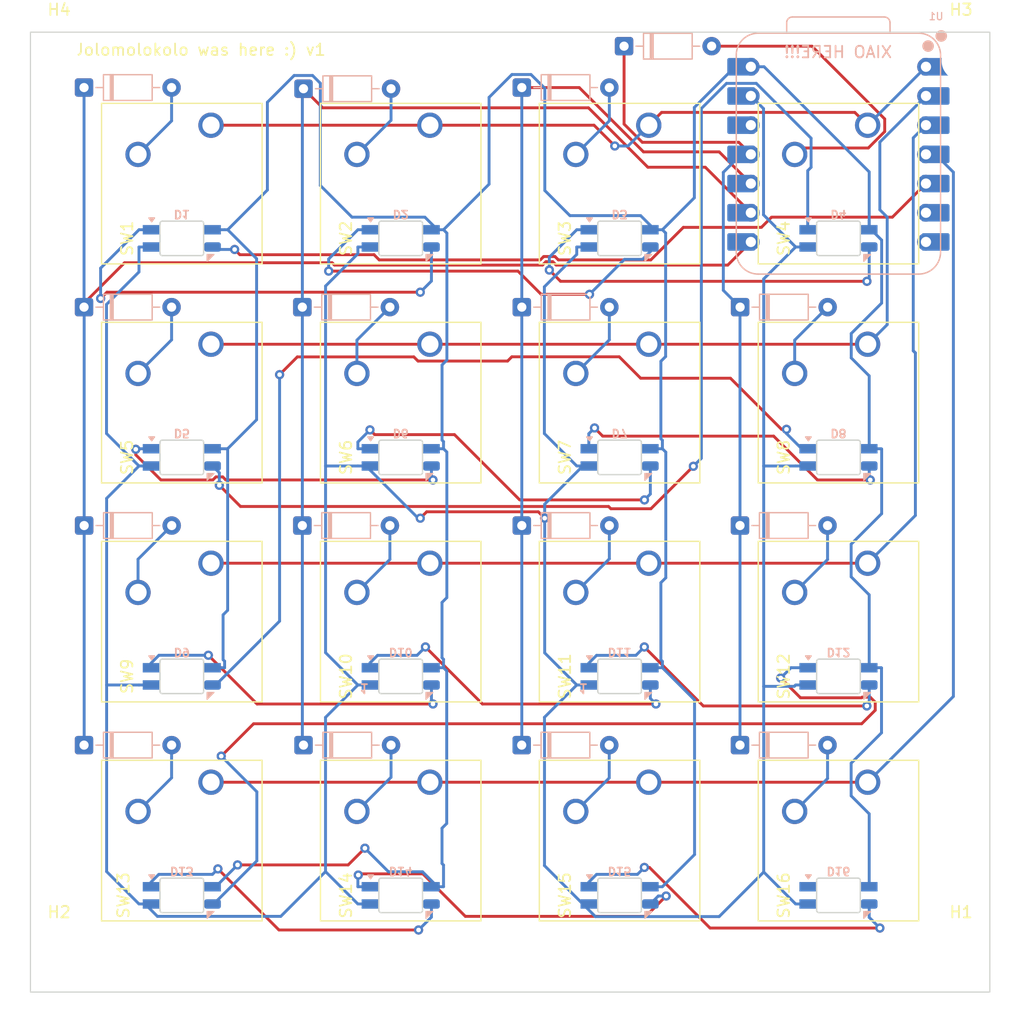
<source format=kicad_pcb>
(kicad_pcb (version 20241229) (generator "pcbnew") (generator_version "9.0")
  (layers (0 "F.Cu" signal) (2 "B.Cu" signal) (13 "F.Paste" user) (15 "B.Paste" user) (5 "F.SilkS" user "F.Silkscreen") (7 "B.SilkS" user "B.Silkscreen") (1 "F.Mask" user) (3 "B.Mask" user) (25 "Edge.Cuts" user))
  (net 0 "")
  (net 1 "+5V")
  (net 2 "GND")
  (net 3 "Net-(D1-DIN)")
  (net 4 "Net-(D1-DOUT)")
  (net 5 "Net-(D2-DOUT)")
  (net 6 "Net-(D3-DOUT)")
  (net 7 "Net-(D4-DOUT)")
  (net 8 "Net-(D5-DOUT)")
  (net 9 "Net-(D6-DOUT)")
  (net 10 "Net-(D7-DOUT)")
  (net 11 "Net-(D8-DOUT)")
  (net 12 "Net-(D10-DIN)")
  (net 13 "Net-(D10-DOUT)")
  (net 14 "Net-(D11-DOUT)")
  (net 15 "Net-(D12-DOUT)")
  (net 16 "Net-(D13-DOUT)")
  (net 17 "Net-(D14-DOUT)")
  (net 18 "Net-(D15-DOUT)")
  (net 20 "Net-(D17-K)")
  (net 21 "Net-(D17-A)")
  (net 22 "Net-(D18-K)")
  (net 23 "Net-(D18-A)")
  (net 24 "Net-(D19-A)")
  (net 25 "Net-(D19-K)")
  (net 26 "Net-(D20-K)")
  (net 27 "Net-(D20-A)")
  (net 28 "Net-(D21-A)")
  (net 29 "Net-(D22-A)")
  (net 30 "Net-(D23-A)")
  (net 31 "Net-(D24-A)")
  (net 32 "Net-(D25-A)")
  (net 33 "Net-(D26-A)")
  (net 34 "Net-(D27-A)")
  (net 35 "Net-(D28-A)")
  (net 36 "Net-(D29-A)")
  (net 37 "Net-(D30-A)")
  (net 38 "Net-(D31-A)")
  (net 39 "Net-(D32-A)")
  (net 40 "Net-(U1-GPIO26{slash}ADC0{slash}A0)")
  (net 41 "Net-(U1-GPIO27{slash}ADC1{slash}A1)")
  (net 42 "Net-(U1-GPIO28{slash}ADC2{slash}A2)")
  (net 43 "Net-(U1-GPIO29{slash}ADC3{slash}A3)")
  (net 44 "unconnected-(U1-GPIO0{slash}TX-Pad7)")
  (net 45 "unconnected-(U1-3V3-Pad12)")
  (net 46 "unconnected-(U1-GPIO7{slash}SCL-Pad6)")
  (footprint "Button_Switch_Keyboard:SW_Cherry_MX_1.00u_PCB" (layer "F.Cu") (at 59.69 44.9262)
    (property "Reference" "SW6")
    (property "Value" "SW_Push")
  )
  (footprint "Button_Switch_Keyboard:SW_Cherry_MX_1.00u_PCB" (layer "F.Cu") (at 40.64 83.0262)
    (property "Reference" "SW13")
    (property "Value" "SW_Push")
  )
  (footprint "Button_Switch_Keyboard:SW_Cherry_MX_1.00u_PCB" (layer "F.Cu") (at 97.79 44.9262)
    (property "Reference" "SW8")
    (property "Value" "SW_Push")
  )
  (footprint "MountingHole:MountingHole_3.5mm" (layer "F.Cu") (at 105.925 98.7812)
    (property "Reference" "H1")
    (property "Value" "MountingHole")
  )
  (footprint "Button_Switch_Keyboard:SW_Cherry_MX_1.00u_PCB" (layer "F.Cu") (at 40.64 63.9762)
    (property "Reference" "SW9")
    (property "Value" "SW_Push")
  )
  (footprint "Button_Switch_Keyboard:SW_Cherry_MX_1.00u_PCB" (layer "F.Cu") (at 97.79 63.9762)
    (property "Reference" "SW12")
    (property "Value" "SW_Push")
  )
  (footprint "Button_Switch_Keyboard:SW_Cherry_MX_1.00u_PCB" (layer "F.Cu") (at 40.64 25.8762)
    (property "Reference" "SW1")
    (property "Value" "SW_Push")
  )
  (footprint "Button_Switch_Keyboard:SW_Cherry_MX_1.00u_PCB" (layer "F.Cu") (at 97.79 25.8762)
    (property "Reference" "SW4")
    (property "Value" "SW_Push")
  )
  (footprint "Button_Switch_Keyboard:SW_Cherry_MX_1.00u_PCB" (layer "F.Cu") (at 78.74 25.8762)
    (property "Reference" "SW3")
    (property "Value" "SW_Push")
  )
  (footprint "Button_Switch_Keyboard:SW_Cherry_MX_1.00u_PCB" (layer "F.Cu") (at 78.74 83.0262)
    (property "Reference" "SW15")
    (property "Value" "SW_Push")
  )
  (footprint "Button_Switch_Keyboard:SW_Cherry_MX_1.00u_PCB" (layer "F.Cu") (at 97.79 83.0262)
    (property "Reference" "SW16")
    (property "Value" "SW_Push")
  )
  (footprint "Button_Switch_Keyboard:SW_Cherry_MX_1.00u_PCB" (layer "F.Cu") (at 59.69 25.8762)
    (property "Reference" "SW2")
    (property "Value" "SW_Push")
  )
  (footprint "Button_Switch_Keyboard:SW_Cherry_MX_1.00u_PCB" (layer "F.Cu") (at 59.69 83.0262)
    (property "Reference" "SW14")
    (property "Value" "SW_Push")
  )
  (footprint "MountingHole:MountingHole_3.5mm" (layer "F.Cu") (at 27.425 98.7812)
    (property "Reference" "H2")
    (property "Value" "MountingHole")
  )
  (footprint "MountingHole:MountingHole_3.5mm" (layer "F.Cu") (at 27.425 20.2812)
    (property "Reference" "H4")
    (property "Value" "MountingHole")
  )
  (footprint "Button_Switch_Keyboard:SW_Cherry_MX_1.00u_PCB" (layer "F.Cu") (at 78.74 44.9262)
    (property "Reference" "SW7")
    (property "Value" "SW_Push")
  )
  (footprint "Button_Switch_Keyboard:SW_Cherry_MX_1.00u_PCB" (layer "F.Cu") (at 40.64 44.9262)
    (property "Reference" "SW5")
    (property "Value" "SW_Push")
  )
  (footprint "MountingHole:MountingHole_3.5mm" (layer "F.Cu") (at 105.925 20.2812)
    (property "Reference" "H3")
    (property "Value" "MountingHole")
  )
  (footprint "Button_Switch_Keyboard:SW_Cherry_MX_1.00u_PCB" (layer "F.Cu") (at 78.74 63.9762)
    (property "Reference" "SW11")
    (property "Value" "SW_Push")
  )
  (footprint "Button_Switch_Keyboard:SW_Cherry_MX_1.00u_PCB" (layer "F.Cu") (at 59.69 63.9762)
    (property "Reference" "SW10")
    (property "Value" "SW_Push")
  )
  (footprint "Diode_THT:D_DO-35_SOD27_P7.62mm_Horizontal" (layer "B.Cu") (at 86.68 60.7)
    (property "Reference" "D21" (hide yes))
    (property "Value" "1N4148")
  )
  (footprint "Diode_THT:D_DO-35_SOD27_P7.62mm_Horizontal" (layer "B.Cu") (at 48.69 79.8)
    (property "Reference" "D19" (hide yes))
    (property "Value" "1N4148" (hide yes))
  )
  (footprint "Diode_THT:D_DO-35_SOD27_P7.62mm_Horizontal" (layer "B.Cu") (at 76.59 19)
    (property "Reference" "D29" (hide yes))
    (property "Value" "1N4148")
  )
  (footprint "Seeed Studio XIAO Series Library:XIAO-RP2040-DIP" (layer "B.Cu") (at 95.245 28.4112 180)
    (property "Reference" "U1")
    (property "Value" "XIAO-RP2040-DIP")
  )
  (footprint "SK6812-MINI LED:SK6812-MINI-E" (layer "B.Cu") (at 57.15 54.7687)
    (property "Reference" "D6")
    (property "Value" "SK6812MINI" (hide yes))
    (fp_line (start -1.9 -1.3) (end -1.9 1.3) (stroke (width 0.12)) (layer "Edge.Cuts"))
    (fp_line (start -1.7 1.5) (end 1.7 1.5) (stroke (width 0.12)) (layer "Edge.Cuts"))
    (fp_line (start 1.7 -1.5) (end -1.7 -1.5) (stroke (width 0.12)) (layer "Edge.Cuts"))
    (fp_line (start 1.9 1.3) (end 1.9 -1.3) (stroke (width 0.12)) (layer "Edge.Cuts"))
    (fp_arc (start -1.9 -1.3) (mid -1.841421 -1.441421) (end -1.7 -1.5) (stroke (width 0.12)) (layer "Edge.Cuts"))
    (fp_arc (start -1.7 1.5) (mid -1.841421 1.441421) (end -1.9 1.3) (stroke (width 0.12)) (layer "Edge.Cuts"))
    (fp_arc (start 1.7 -1.5) (mid 1.841421 -1.441421) (end 1.9 -1.3) (stroke (width 0.12)) (layer "Edge.Cuts"))
    (fp_arc (start 1.9 1.3) (mid 1.841421 1.441421) (end 1.7 1.5) (stroke (width 0.12)) (layer "Edge.Cuts"))
  )
  (footprint "Diode_THT:D_DO-35_SOD27_P7.62mm_Horizontal" (layer "B.Cu") (at 67.68 79.8)
    (property "Reference" "D18" (hide yes))
    (property "Value" "1N4148")
  )
  (footprint "Diode_THT:D_DO-35_SOD27_P7.62mm_Horizontal" (layer "B.Cu") (at 29.59 79.8)
    (property "Reference" "D20" (hide yes))
    (property "Value" "1N4148")
  )
  (footprint "SK6812-MINI LED:SK6812-MINI-E" (layer "B.Cu") (at 38.1 92.8687)
    (property "Reference" "D13")
    (property "Value" "SK6812MINI" (hide yes))
    (fp_line (start -1.9 -1.3) (end -1.9 1.3) (stroke (width 0.12)) (layer "Edge.Cuts"))
    (fp_line (start -1.7 1.5) (end 1.7 1.5) (stroke (width 0.12)) (layer "Edge.Cuts"))
    (fp_line (start 1.7 -1.5) (end -1.7 -1.5) (stroke (width 0.12)) (layer "Edge.Cuts"))
    (fp_line (start 1.9 1.3) (end 1.9 -1.3) (stroke (width 0.12)) (layer "Edge.Cuts"))
    (fp_arc (start -1.9 -1.3) (mid -1.841421 -1.441421) (end -1.7 -1.5) (stroke (width 0.12)) (layer "Edge.Cuts"))
    (fp_arc (start -1.7 1.5) (mid -1.841421 1.441421) (end -1.9 1.3) (stroke (width 0.12)) (layer "Edge.Cuts"))
    (fp_arc (start 1.7 -1.5) (mid 1.841421 -1.441421) (end 1.9 -1.3) (stroke (width 0.12)) (layer "Edge.Cuts"))
    (fp_arc (start 1.9 1.3) (mid 1.841421 1.441421) (end 1.7 1.5) (stroke (width 0.12)) (layer "Edge.Cuts"))
  )
  (footprint "SK6812-MINI LED:SK6812-MINI-E" (layer "B.Cu") (at 57.15 73.8187)
    (property "Reference" "D10")
    (property "Value" "SK6812MINI" (hide yes))
    (fp_line (start -1.9 -1.3) (end -1.9 1.3) (stroke (width 0.12)) (layer "Edge.Cuts"))
    (fp_line (start -1.7 1.5) (end 1.7 1.5) (stroke (width 0.12)) (layer "Edge.Cuts"))
    (fp_line (start 1.7 -1.5) (end -1.7 -1.5) (stroke (width 0.12)) (layer "Edge.Cuts"))
    (fp_line (start 1.9 1.3) (end 1.9 -1.3) (stroke (width 0.12)) (layer "Edge.Cuts"))
    (fp_arc (start -1.9 -1.3) (mid -1.841421 -1.441421) (end -1.7 -1.5) (stroke (width 0.12)) (layer "Edge.Cuts"))
    (fp_arc (start -1.7 1.5) (mid -1.841421 1.441421) (end -1.9 1.3) (stroke (width 0.12)) (layer "Edge.Cuts"))
    (fp_arc (start 1.7 -1.5) (mid 1.841421 -1.441421) (end 1.9 -1.3) (stroke (width 0.12)) (layer "Edge.Cuts"))
    (fp_arc (start 1.9 1.3) (mid 1.841421 1.441421) (end 1.7 1.5) (stroke (width 0.12)) (layer "Edge.Cuts"))
  )
  (footprint "Diode_THT:D_DO-35_SOD27_P7.62mm_Horizontal" (layer "B.Cu") (at 29.6 60.7)
    (property "Reference" "D24" (hide yes))
    (property "Value" "1N4148")
  )
  (footprint "SK6812-MINI LED:SK6812-MINI-E" (layer "B.Cu") (at 38.1 73.8187)
    (property "Reference" "D9")
    (property "Value" "SK6812MINI" (hide yes))
    (fp_line (start -1.9 -1.3) (end -1.9 1.3) (stroke (width 0.12)) (layer "Edge.Cuts"))
    (fp_line (start -1.7 1.5) (end 1.7 1.5) (stroke (width 0.12)) (layer "Edge.Cuts"))
    (fp_line (start 1.7 -1.5) (end -1.7 -1.5) (stroke (width 0.12)) (layer "Edge.Cuts"))
    (fp_line (start 1.9 1.3) (end 1.9 -1.3) (stroke (width 0.12)) (layer "Edge.Cuts"))
    (fp_arc (start -1.9 -1.3) (mid -1.841421 -1.441421) (end -1.7 -1.5) (stroke (width 0.12)) (layer "Edge.Cuts"))
    (fp_arc (start -1.7 1.5) (mid -1.841421 1.441421) (end -1.9 1.3) (stroke (width 0.12)) (layer "Edge.Cuts"))
    (fp_arc (start 1.7 -1.5) (mid 1.841421 -1.441421) (end 1.9 -1.3) (stroke (width 0.12)) (layer "Edge.Cuts"))
    (fp_arc (start 1.9 1.3) (mid 1.841421 1.441421) (end 1.7 1.5) (stroke (width 0.12)) (layer "Edge.Cuts"))
  )
  (footprint "SK6812-MINI LED:SK6812-MINI-E" (layer "B.Cu") (at 57.15 35.7187)
    (property "Reference" "D2")
    (property "Value" "SK6812MINI" (hide yes))
    (fp_line (start -1.9 -1.3) (end -1.9 1.3) (stroke (width 0.12)) (layer "Edge.Cuts"))
    (fp_line (start -1.7 1.5) (end 1.7 1.5) (stroke (width 0.12)) (layer "Edge.Cuts"))
    (fp_line (start 1.7 -1.5) (end -1.7 -1.5) (stroke (width 0.12)) (layer "Edge.Cuts"))
    (fp_line (start 1.9 1.3) (end 1.9 -1.3) (stroke (width 0.12)) (layer "Edge.Cuts"))
    (fp_arc (start -1.9 -1.3) (mid -1.841421 -1.441421) (end -1.7 -1.5) (stroke (width 0.12)) (layer "Edge.Cuts"))
    (fp_arc (start -1.7 1.5) (mid -1.841421 1.441421) (end -1.9 1.3) (stroke (width 0.12)) (layer "Edge.Cuts"))
    (fp_arc (start 1.7 -1.5) (mid 1.841421 -1.441421) (end 1.9 -1.3) (stroke (width 0.12)) (layer "Edge.Cuts"))
    (fp_arc (start 1.9 1.3) (mid 1.841421 1.441421) (end 1.7 1.5) (stroke (width 0.12)) (layer "Edge.Cuts"))
  )
  (footprint "SK6812-MINI LED:SK6812-MINI-E" (layer "B.Cu") (at 38.1 54.7687)
    (property "Reference" "D5")
    (property "Value" "SK6812MINI" (hide yes))
    (fp_line (start -1.9 -1.3) (end -1.9 1.3) (stroke (width 0.12)) (layer "Edge.Cuts"))
    (fp_line (start -1.7 1.5) (end 1.7 1.5) (stroke (width 0.12)) (layer "Edge.Cuts"))
    (fp_line (start 1.7 -1.5) (end -1.7 -1.5) (stroke (width 0.12)) (layer "Edge.Cuts"))
    (fp_line (start 1.9 1.3) (end 1.9 -1.3) (stroke (width 0.12)) (layer "Edge.Cuts"))
    (fp_arc (start -1.9 -1.3) (mid -1.841421 -1.441421) (end -1.7 -1.5) (stroke (width 0.12)) (layer "Edge.Cuts"))
    (fp_arc (start -1.7 1.5) (mid -1.841421 1.441421) (end -1.9 1.3) (stroke (width 0.12)) (layer "Edge.Cuts"))
    (fp_arc (start 1.7 -1.5) (mid 1.841421 -1.441421) (end 1.9 -1.3) (stroke (width 0.12)) (layer "Edge.Cuts"))
    (fp_arc (start 1.9 1.3) (mid 1.841421 1.441421) (end 1.7 1.5) (stroke (width 0.12)) (layer "Edge.Cuts"))
  )
  (footprint "SK6812-MINI LED:SK6812-MINI-E" (layer "B.Cu") (at 38.1 35.7187)
    (property "Reference" "D1")
    (property "Value" "SK6812MINI" (hide yes))
    (fp_line (start -1.9 -1.3) (end -1.9 1.3) (stroke (width 0.12)) (layer "Edge.Cuts"))
    (fp_line (start -1.7 1.5) (end 1.7 1.5) (stroke (width 0.12)) (layer "Edge.Cuts"))
    (fp_line (start 1.7 -1.5) (end -1.7 -1.5) (stroke (width 0.12)) (layer "Edge.Cuts"))
    (fp_line (start 1.9 1.3) (end 1.9 -1.3) (stroke (width 0.12)) (layer "Edge.Cuts"))
    (fp_arc (start -1.9 -1.3) (mid -1.841421 -1.441421) (end -1.7 -1.5) (stroke (width 0.12)) (layer "Edge.Cuts"))
    (fp_arc (start -1.7 1.5) (mid -1.841421 1.441421) (end -1.9 1.3) (stroke (width 0.12)) (layer "Edge.Cuts"))
    (fp_arc (start 1.7 -1.5) (mid 1.841421 -1.441421) (end 1.9 -1.3) (stroke (width 0.12)) (layer "Edge.Cuts"))
    (fp_arc (start 1.9 1.3) (mid 1.841421 1.441421) (end 1.7 1.5) (stroke (width 0.12)) (layer "Edge.Cuts"))
  )
  (footprint "SK6812-MINI LED:SK6812-MINI-E" (layer "B.Cu") (at 95.25 35.7187)
    (property "Reference" "D4")
    (property "Value" "SK6812MINI" (hide yes))
    (fp_line (start -1.9 -1.3) (end -1.9 1.3) (stroke (width 0.12)) (layer "Edge.Cuts"))
    (fp_line (start -1.7 1.5) (end 1.7 1.5) (stroke (width 0.12)) (layer "Edge.Cuts"))
    (fp_line (start 1.7 -1.5) (end -1.7 -1.5) (stroke (width 0.12)) (layer "Edge.Cuts"))
    (fp_line (start 1.9 1.3) (end 1.9 -1.3) (stroke (width 0.12)) (layer "Edge.Cuts"))
    (fp_arc (start -1.9 -1.3) (mid -1.841421 -1.441421) (end -1.7 -1.5) (stroke (width 0.12)) (layer "Edge.Cuts"))
    (fp_arc (start -1.7 1.5) (mid -1.841421 1.441421) (end -1.9 1.3) (stroke (width 0.12)) (layer "Edge.Cuts"))
    (fp_arc (start 1.7 -1.5) (mid 1.841421 -1.441421) (end 1.9 -1.3) (stroke (width 0.12)) (layer "Edge.Cuts"))
    (fp_arc (start 1.9 1.3) (mid 1.841421 1.441421) (end 1.7 1.5) (stroke (width 0.12)) (layer "Edge.Cuts"))
  )
  (footprint "SK6812-MINI LED:SK6812-MINI-E" (layer "B.Cu") (at 76.2 73.8187)
    (property "Reference" "D11")
    (property "Value" "SK6812MINI" (hide yes))
    (fp_line (start -1.9 -1.3) (end -1.9 1.3) (stroke (width 0.12)) (layer "Edge.Cuts"))
    (fp_line (start -1.7 1.5) (end 1.7 1.5) (stroke (width 0.12)) (layer "Edge.Cuts"))
    (fp_line (start 1.7 -1.5) (end -1.7 -1.5) (stroke (width 0.12)) (layer "Edge.Cuts"))
    (fp_line (start 1.9 1.3) (end 1.9 -1.3) (stroke (width 0.12)) (layer "Edge.Cuts"))
    (fp_arc (start -1.9 -1.3) (mid -1.841421 -1.441421) (end -1.7 -1.5) (stroke (width 0.12)) (layer "Edge.Cuts"))
    (fp_arc (start -1.7 1.5) (mid -1.841421 1.441421) (end -1.9 1.3) (stroke (width 0.12)) (layer "Edge.Cuts"))
    (fp_arc (start 1.7 -1.5) (mid 1.841421 -1.441421) (end 1.9 -1.3) (stroke (width 0.12)) (layer "Edge.Cuts"))
    (fp_arc (start 1.9 1.3) (mid 1.841421 1.441421) (end 1.7 1.5) (stroke (width 0.12)) (layer "Edge.Cuts"))
  )
  (footprint "SK6812-MINI LED:SK6812-MINI-E" (layer "B.Cu") (at 76.2 54.7687)
    (property "Reference" "D7")
    (property "Value" "SK6812MINI" (hide yes))
    (fp_line (start -1.9 -1.3) (end -1.9 1.3) (stroke (width 0.12)) (layer "Edge.Cuts"))
    (fp_line (start -1.7 1.5) (end 1.7 1.5) (stroke (width 0.12)) (layer "Edge.Cuts"))
    (fp_line (start 1.7 -1.5) (end -1.7 -1.5) (stroke (width 0.12)) (layer "Edge.Cuts"))
    (fp_line (start 1.9 1.3) (end 1.9 -1.3) (stroke (width 0.12)) (layer "Edge.Cuts"))
    (fp_arc (start -1.9 -1.3) (mid -1.841421 -1.441421) (end -1.7 -1.5) (stroke (width 0.12)) (layer "Edge.Cuts"))
    (fp_arc (start -1.7 1.5) (mid -1.841421 1.441421) (end -1.9 1.3) (stroke (width 0.12)) (layer "Edge.Cuts"))
    (fp_arc (start 1.7 -1.5) (mid 1.841421 -1.441421) (end 1.9 -1.3) (stroke (width 0.12)) (layer "Edge.Cuts"))
    (fp_arc (start 1.9 1.3) (mid 1.841421 1.441421) (end 1.7 1.5) (stroke (width 0.12)) (layer "Edge.Cuts"))
  )
  (footprint "SK6812-MINI LED:SK6812-MINI-E" (layer "B.Cu") (at 76.2 35.7187)
    (property "Reference" "D3")
    (property "Value" "SK6812MINI" (hide yes))
    (fp_line (start -1.9 -1.3) (end -1.9 1.3) (stroke (width 0.12)) (layer "Edge.Cuts"))
    (fp_line (start -1.7 1.5) (end 1.7 1.5) (stroke (width 0.12)) (layer "Edge.Cuts"))
    (fp_line (start 1.7 -1.5) (end -1.7 -1.5) (stroke (width 0.12)) (layer "Edge.Cuts"))
    (fp_line (start 1.9 1.3) (end 1.9 -1.3) (stroke (width 0.12)) (layer "Edge.Cuts"))
    (fp_arc (start -1.9 -1.3) (mid -1.841421 -1.441421) (end -1.7 -1.5) (stroke (width 0.12)) (layer "Edge.Cuts"))
    (fp_arc (start -1.7 1.5) (mid -1.841421 1.441421) (end -1.9 1.3) (stroke (width 0.12)) (layer "Edge.Cuts"))
    (fp_arc (start 1.7 -1.5) (mid 1.841421 -1.441421) (end 1.9 -1.3) (stroke (width 0.12)) (layer "Edge.Cuts"))
    (fp_arc (start 1.9 1.3) (mid 1.841421 1.441421) (end 1.7 1.5) (stroke (width 0.12)) (layer "Edge.Cuts"))
  )
  (footprint "Diode_THT:D_DO-35_SOD27_P7.62mm_Horizontal" (layer "B.Cu") (at 67.69 22.6)
    (property "Reference" "D30" (hide yes))
    (property "Value" "1N4148")
  )
  (footprint "SK6812-MINI LED:SK6812-MINI-E" (layer "B.Cu") (at 57.15 92.8687)
    (property "Reference" "D14")
    (property "Value" "SK6812MINI" (hide yes))
    (fp_line (start -1.9 -1.3) (end -1.9 1.3) (stroke (width 0.12)) (layer "Edge.Cuts"))
    (fp_line (start -1.7 1.5) (end 1.7 1.5) (stroke (width 0.12)) (layer "Edge.Cuts"))
    (fp_line (start 1.7 -1.5) (end -1.7 -1.5) (stroke (width 0.12)) (layer "Edge.Cuts"))
    (fp_line (start 1.9 1.3) (end 1.9 -1.3) (stroke (width 0.12)) (layer "Edge.Cuts"))
    (fp_arc (start -1.9 -1.3) (mid -1.841421 -1.441421) (end -1.7 -1.5) (stroke (width 0.12)) (layer "Edge.Cuts"))
    (fp_arc (start -1.7 1.5) (mid -1.841421 1.441421) (end -1.9 1.3) (stroke (width 0.12)) (layer "Edge.Cuts"))
    (fp_arc (start 1.7 -1.5) (mid 1.841421 -1.441421) (end 1.9 -1.3) (stroke (width 0.12)) (layer "Edge.Cuts"))
    (fp_arc (start 1.9 1.3) (mid 1.841421 1.441421) (end 1.7 1.5) (stroke (width 0.12)) (layer "Edge.Cuts"))
  )
  (footprint "SK6812-MINI LED:SK6812-MINI-E" (layer "B.Cu") (at 95.25 54.7687)
    (property "Reference" "D8")
    (property "Value" "SK6812MINI" (hide yes))
    (fp_line (start -1.9 -1.3) (end -1.9 1.3) (stroke (width 0.12)) (layer "Edge.Cuts"))
    (fp_line (start -1.7 1.5) (end 1.7 1.5) (stroke (width 0.12)) (layer "Edge.Cuts"))
    (fp_line (start 1.7 -1.5) (end -1.7 -1.5) (stroke (width 0.12)) (layer "Edge.Cuts"))
    (fp_line (start 1.9 1.3) (end 1.9 -1.3) (stroke (width 0.12)) (layer "Edge.Cuts"))
    (fp_arc (start -1.9 -1.3) (mid -1.841421 -1.441421) (end -1.7 -1.5) (stroke (width 0.12)) (layer "Edge.Cuts"))
    (fp_arc (start -1.7 1.5) (mid -1.841421 1.441421) (end -1.9 1.3) (stroke (width 0.12)) (layer "Edge.Cuts"))
    (fp_arc (start 1.7 -1.5) (mid 1.841421 -1.441421) (end 1.9 -1.3) (stroke (width 0.12)) (layer "Edge.Cuts"))
    (fp_arc (start 1.9 1.3) (mid 1.841421 1.441421) (end 1.7 1.5) (stroke (width 0.12)) (layer "Edge.Cuts"))
  )
  (footprint "Diode_THT:D_DO-35_SOD27_P7.62mm_Horizontal" (layer "B.Cu") (at 86.69 41.7)
    (property "Reference" "D25" (hide yes))
    (property "Value" "1N4148")
  )
  (footprint "SK6812-MINI LED:SK6812-MINI-E" (layer "B.Cu") (at 95.25 92.8687)
    (property "Reference" "D16")
    (property "Value" "SK6812MINI" (hide yes))
    (fp_line (start -1.9 -1.3) (end -1.9 1.3) (stroke (width 0.12)) (layer "Edge.Cuts"))
    (fp_line (start -1.7 1.5) (end 1.7 1.5) (stroke (width 0.12)) (layer "Edge.Cuts"))
    (fp_line (start 1.7 -1.5) (end -1.7 -1.5) (stroke (width 0.12)) (layer "Edge.Cuts"))
    (fp_line (start 1.9 1.3) (end 1.9 -1.3) (stroke (width 0.12)) (layer "Edge.Cuts"))
    (fp_arc (start -1.9 -1.3) (mid -1.841421 -1.441421) (end -1.7 -1.5) (stroke (width 0.12)) (layer "Edge.Cuts"))
    (fp_arc (start -1.7 1.5) (mid -1.841421 1.441421) (end -1.9 1.3) (stroke (width 0.12)) (layer "Edge.Cuts"))
    (fp_arc (start 1.7 -1.5) (mid 1.841421 -1.441421) (end 1.9 -1.3) (stroke (width 0.12)) (layer "Edge.Cuts"))
    (fp_arc (start 1.9 1.3) (mid 1.841421 1.441421) (end 1.7 1.5) (stroke (width 0.12)) (layer "Edge.Cuts"))
  )
  (footprint "Diode_THT:D_DO-35_SOD27_P7.62mm_Horizontal" (layer "B.Cu") (at 48.69 22.7)
    (property "Reference" "D31" (hide yes))
    (property "Value" "1N4148")
  )
  (footprint "SK6812-MINI LED:SK6812-MINI-E" (layer "B.Cu") (at 76.2 92.8687)
    (property "Reference" "D15")
    (property "Value" "SK6812MINI" (hide yes))
    (fp_line (start -1.9 -1.3) (end -1.9 1.3) (stroke (width 0.12)) (layer "Edge.Cuts"))
    (fp_line (start -1.7 1.5) (end 1.7 1.5) (stroke (width 0.12)) (layer "Edge.Cuts"))
    (fp_line (start 1.7 -1.5) (end -1.7 -1.5) (stroke (width 0.12)) (layer "Edge.Cuts"))
    (fp_line (start 1.9 1.3) (end 1.9 -1.3) (stroke (width 0.12)) (layer "Edge.Cuts"))
    (fp_arc (start -1.9 -1.3) (mid -1.841421 -1.441421) (end -1.7 -1.5) (stroke (width 0.12)) (layer "Edge.Cuts"))
    (fp_arc (start -1.7 1.5) (mid -1.841421 1.441421) (end -1.9 1.3) (stroke (width 0.12)) (layer "Edge.Cuts"))
    (fp_arc (start 1.7 -1.5) (mid 1.841421 -1.441421) (end 1.9 -1.3) (stroke (width 0.12)) (layer "Edge.Cuts"))
    (fp_arc (start 1.9 1.3) (mid 1.841421 1.441421) (end 1.7 1.5) (stroke (width 0.12)) (layer "Edge.Cuts"))
  )
  (footprint "Diode_THT:D_DO-35_SOD27_P7.62mm_Horizontal" (layer "B.Cu") (at 29.59 41.7)
    (property "Reference" "D28" (hide yes))
    (property "Value" "1N4148")
  )
  (footprint "Diode_THT:D_DO-35_SOD27_P7.62mm_Horizontal" (layer "B.Cu") (at 48.59 60.7)
    (property "Reference" "D23" (hide yes))
    (property "Value" "1N4148")
  )
  (footprint "Diode_THT:D_DO-35_SOD27_P7.62mm_Horizontal" (layer "B.Cu") (at 67.69 41.7)
    (property "Reference" "D26" (hide yes))
    (property "Value" "1N4148")
  )
  (footprint "Diode_THT:D_DO-35_SOD27_P7.62mm_Horizontal" (layer "B.Cu") (at 86.68 79.8)
    (property "Reference" "D17" (hide yes))
    (property "Value" "1N4148")
  )
  (footprint "Diode_THT:D_DO-35_SOD27_P7.62mm_Horizontal" (layer "B.Cu") (at 48.59 41.7)
    (property "Reference" "D27" (hide yes))
    (property "Value" "1N4148")
  )
  (footprint "Diode_THT:D_DO-35_SOD27_P7.62mm_Horizontal" (layer "B.Cu") (at 67.69 60.7)
    (property "Reference" "D22" (hide yes))
    (property "Value" "1N4148")
  )
  (footprint "SK6812-MINI LED:SK6812-MINI-E" (layer "B.Cu") (at 95.25 73.8187)
    (property "Reference" "D12")
    (property "Value" "SK6812MINI" (hide yes))
    (fp_line (start -1.9 -1.3) (end -1.9 1.3) (stroke (width 0.12)) (layer "Edge.Cuts"))
    (fp_line (start -1.7 1.5) (end 1.7 1.5) (stroke (width 0.12)) (layer "Edge.Cuts"))
    (fp_line (start 1.7 -1.5) (end -1.7 -1.5) (stroke (width 0.12)) (layer "Edge.Cuts"))
    (fp_line (start 1.9 1.3) (end 1.9 -1.3) (stroke (width 0.12)) (layer "Edge.Cuts"))
    (fp_arc (start -1.9 -1.3) (mid -1.841421 -1.441421) (end -1.7 -1.5) (stroke (width 0.12)) (layer "Edge.Cuts"))
    (fp_arc (start -1.7 1.5) (mid -1.841421 1.441421) (end -1.9 1.3) (stroke (width 0.12)) (layer "Edge.Cuts"))
    (fp_arc (start 1.7 -1.5) (mid 1.841421 -1.441421) (end 1.9 -1.3) (stroke (width 0.12)) (layer "Edge.Cuts"))
    (fp_arc (start 1.9 1.3) (mid 1.841421 1.441421) (end 1.7 1.5) (stroke (width 0.12)) (layer "Edge.Cuts"))
  )
  (footprint "Diode_THT:D_DO-35_SOD27_P7.62mm_Horizontal" (layer "B.Cu") (at 29.59 22.6)
    (property "Reference" "D32" (hide yes))
    (property "Value" "1N4148")
  )
  (gr_rect (start 24.925 17.7812) (end 108.425 101.2812) (stroke (width 0.1)) (fill no) (layer "Edge.Cuts"))
  (gr_text "Jolomolokolo was here :) v1\n" (at 28.7 19.9 0) (layer "F.SilkS") (effects (font (size 1 1)) (justify left bottom)))
  (gr_text "1" (at 73.05 74.86 180) (layer "B.SilkS") (effects (font (size 0.8 0.8)) (justify mirror)))
  (gr_text "1" (at 53.99 74.86 180) (layer "B.SilkS") (effects (font (size 0.8 0.8)) (justify mirror)))
  (gr_text "XIAO HERE!!!" (at 100 20.1 0) (layer "B.SilkS") (effects (font (size 1 1)) (justify left bottom mirror)))
  (segment (start 54.035 88.7664) (end 52.5802 90.2212) (width 0.25) (layer "F.Cu") (net 1))
  (segment (start 42.9507 90.2212) (end 42.9507 90.2213) (width 0.25) (layer "F.Cu") (net 1))
  (segment (start 42.9507 90.2212) (end 42.9507 90.2213) (width 0.25) (layer "F.Cu") (net 1))
  (segment (start 42.9507 90.2213) (end 42.9507 90.2212) (width 0.25) (layer "F.Cu") (net 1))
  (segment (start 52.5802 90.2212) (end 42.9507 90.2212) (width 0.25) (layer "F.Cu") (net 1))
  (via (at 54.035 88.7664) (size 0.8) (drill 0.4) (layers "F.Cu" "B.Cu") (net 1))
  (via (at 42.9507 90.2213) (size 0.8) (drill 0.4) (layers "F.Cu" "B.Cu") (net 1))
  (segment (start 78.875 73.0687) (end 79.9267 73.0687) (width 0.25) (layer "B.Cu") (net 1))
  (segment (start 61.168 54.31) (end 61.168 66.9662) (width 0.25) (layer "B.Cu") (net 1))
  (segment (start 82.7067 32.1887) (end 79.9267 34.9687) (width 0.25) (layer "B.Cu") (net 1))
  (segment (start 78.875 54.0187) (end 79.9267 54.0187) (width 0.25) (layer "B.Cu") (net 1))
  (segment (start 97.925 54.0187) (end 98.9767 54.0187) (width 0.25) (layer "B.Cu") (net 1))
  (segment (start 60.8767 90.2308) (end 60.7451 90.0992) (width 0.25) (layer "B.Cu") (net 1))
  (segment (start 87.625 20.7912) (end 88.779 20.7912) (width 0.25) (layer "B.Cu") (net 1))
  (segment (start 42.9507 90.2212) (end 42.9507 90.2213) (width 0.25) (layer "B.Cu") (net 1))
  (segment (start 99.0103 54.0523) (end 99.0103 59.6656) (width 0.25) (layer "B.Cu") (net 1))
  (segment (start 79.9267 72.5162) (end 79.7952 72.3847) (width 0.25) (layer "B.Cu") (net 1))
  (segment (start 60.8767 72.332) (end 60.8767 73.0687) (width 0.25) (layer "B.Cu") (net 1))
  (segment (start 80.2071 45.9991) (end 79.7951 46.4111) (width 0.25) (layer "B.Cu") (net 1))
  (segment (start 79.9267 53.282) (end 79.9267 54.0187) (width 0.25) (layer "B.Cu") (net 1))
  (segment (start 60.8767 34.9687) (end 64.8403 31.0051) (width 0.25) (layer "B.Cu") (net 1))
  (segment (start 88.779 20.7912) (end 97.925 29.9372) (width 0.25) (layer "B.Cu") (net 1))
  (segment (start 60.7451 87.0273) (end 61.1565 86.6159) (width 0.25) (layer "B.Cu") (net 1))
  (segment (start 68.4905 21.4642) (end 69.6933 22.667) (width 0.25) (layer "B.Cu") (net 1))
  (segment (start 40.775 54.0187) (end 41.3009 54.0187) (width 0.25) (layer "B.Cu") (net 1))
  (segment (start 42.0911 68.0692) (end 42.0911 54.0243) (width 0.25) (layer "B.Cu") (net 1))
  (segment (start 41.0533 92.1187) (end 40.775 92.1187) (width 0.25) (layer "B.Cu") (net 1))
  (segment (start 41.8267 72.4993) (end 41.6903 72.3629) (width 0.25) (layer "B.Cu") (net 1))
  (segment (start 49.4788 21.5492) (end 47.8744 21.5492) (width 0.25) (layer "B.Cu") (net 1))
  (segment (start 96.3517 84.206) (end 97.925 85.7793) (width 0.25) (layer "B.Cu") (net 1))
  (segment (start 96.3607 46.115) (end 97.925 47.6793) (width 0.25) (layer "B.Cu") (net 1))
  (segment (start 41.6903 68.47) (end 42.0911 68.0692) (width 0.25) (layer "B.Cu") (net 1))
  (segment (start 50.1566 31.1197) (end 50.1566 22.227) (width 0.25) (layer "B.Cu") (net 1))
  (segment (start 79.7951 53.1504) (end 79.9267 53.282) (width 0.25) (layer "B.Cu") (net 1))
  (segment (start 60.3509 92.1187) (end 59.0492 90.817) (width 0.25) (layer "B.Cu") (net 1))
  (segment (start 96.3517 65.156) (end 97.925 66.7293) (width 0.25) (layer "B.Cu") (net 1))
  (segment (start 71.8763 33.7382) (end 78.0291 33.7382) (width 0.25) (layer "B.Cu") (net 1))
  (segment (start 64.8403 31.0051) (end 64.8403 23.4548) (width 0.25) (layer "B.Cu") (net 1))
  (segment (start 98.9767 73.0687) (end 98.9963 73.0883) (width 0.25) (layer "B.Cu") (net 1))
  (segment (start 59.825 34.9687) (end 60.3509 34.9687) (width 0.25) (layer "B.Cu") (net 1))
  (segment (start 42.0931 34.9687) (end 41.8267 34.9687) (width 0.25) (layer "B.Cu") (net 1))
  (segment (start 42.9507 90.2213) (end 41.0533 92.1187) (width 0.25) (layer "B.Cu") (net 1))
  (segment (start 60.7484 46.7269) (end 61.1717 46.3036) (width 0.25) (layer "B.Cu") (net 1))
  (segment (start 45.5463 23.8773) (end 45.5463 31.5155) (width 0.25) (layer "B.Cu") (net 1))
  (segment (start 97.925 34.1601) (end 97.925 34.786) (width 0.25) (layer "B.Cu") (net 1))
  (segment (start 82.7067 24.3292) (end 82.7067 32.1887) (width 0.25) (layer "B.Cu") (net 1))
  (segment (start 52.9086 33.8717) (end 50.1566 31.1197) (width 0.25) (layer "B.Cu") (net 1))
  (segment (start 99.0079 35.8689) (end 99.0079 41.3492) (width 0.25) (layer "B.Cu") (net 1))
  (segment (start 86.79 20.7912) (end 86.2447 20.7912) (width 0.25) (layer "B.Cu") (net 1))
  (segment (start 97.925 47.6793) (end 97.925 54.0187) (width 0.25) (layer "B.Cu") (net 1))
  (segment (start 97.925 66.7293) (end 97.925 73.0687) (width 0.25) (layer "B.Cu") (net 1))
  (segment (start 61.1565 86.6159) (end 61.1565 73.3485) (width 0.25) (layer "B.Cu") (net 1))
  (segment (start 40.775 73.0687) (end 41.8267 73.0687) (width 0.25) (layer "B.Cu") (net 1))
  (segment (start 97.925 73.0687) (end 98.9767 73.0687) (width 0.25) (layer "B.Cu") (net 1))
  (segment (start 42.9507 90.2213) (end 42.9507 90.2212) (width 0.25) (layer "B.Cu") (net 1))
  (segment (start 60.8767 92.1187) (end 60.8767 90.2308) (width 0.25) (layer "B.Cu") (net 1))
  (segment (start 96.3517 62.3242) (end 96.3517 65.156) (width 0.25) (layer "B.Cu") (net 1))
  (segment (start 78.0291 33.7382) (end 78.875 34.5841) (width 0.25) (layer "B.Cu") (net 1))
  (segment (start 50.1566 22.227) (end 49.4788 21.5492) (width 0.25) (layer "B.Cu") (net 1))
  (segment (start 86.79 20.7912) (end 87.625 20.7912) (width 0.25) (layer "B.Cu") (net 1))
  (segment (start 96.3517 81.3742) (end 96.3517 84.206) (width 0.25) (layer "B.Cu") (net 1))
  (segment (start 61.1565 73.3485) (end 60.8767 73.0687) (width 0.25) (layer "B.Cu") (net 1))
  (segment (start 80.2071 35.2491) (end 80.2071 45.9991) (width 0.25) (layer "B.Cu") (net 1))
  (segment (start 40.775 34.9687) (end 41.8267 34.9687) (width 0.25) (layer "B.Cu") (net 1))
  (segment (start 97.925 34.786) (end 99.0079 35.8689) (width 0.25) (layer "B.Cu") (net 1))
  (segment (start 41.6903 72.3629) (end 41.6903 68.47) (width 0.25) (layer "B.Cu") (net 1))
  (segment (start 61.1717 46.3036) (end 61.1717 35.2637) (width 0.25) (layer "B.Cu") (net 1))
  (segment (start 98.9963 78.7296) (end 96.3517 81.3742) (width 0.25) (layer "B.Cu") (net 1))
  (segment (start 56.0856 90.817) (end 54.035 88.7664) (width 0.25) (layer "B.Cu") (net 1))
  (segment (start 44.6091 51.4951) (end 44.6091 37.4847) (width 0.25) (layer "B.Cu") (net 1))
  (segment (start 47.8744 21.5492) (end 45.5463 23.8773) (width 0.25) (layer "B.Cu") (net 1))
  (segment (start 82.7245 75.8665) (end 82.7245 89.3209) (width 0.25) (layer "B.Cu") (net 1))
  (segment (start 60.7451 67.3891) (end 60.7451 72.2004) (width 0.25) (layer "B.Cu") (net 1))
  (segment (start 42.0911 54.0243) (end 42.0855 54.0187) (width 0.25) (layer "B.Cu") (net 1))
  (segment (start 41.3009 54.0187) (end 42.0855 54.0187) (width 0.25) (layer "B.Cu") (net 1))
  (segment (start 79.7952 72.3847) (end 79.7952 65.6701) (width 0.25) (layer "B.Cu") (net 1))
  (segment (start 60.3509 34.9687) (end 59.2539 33.8717) (width 0.25) (layer "B.Cu") (net 1))
  (segment (start 59.825 54.0187) (end 60.8767 54.0187) (width 0.25) (layer "B.Cu") (net 1))
  (segment (start 79.9267 34.9687) (end 80.2071 35.2491) (width 0.25) (layer "B.Cu") (net 1))
  (segment (start 61.168 66.9662) (end 60.7451 67.3891) (width 0.25) (layer "B.Cu") (net 1))
  (segment (start 78.875 34.9687) (end 79.9267 34.9687) (width 0.25) (layer "B.Cu") (net 1))
  (segment (start 96.3607 43.9964) (end 96.3607 46.115) (width 0.25) (layer "B.Cu") (net 1))
  (segment (start 59.0492 90.817) (end 56.0856 90.817) (width 0.25) (layer "B.Cu") (net 1))
  (segment (start 59.825 73.0687) (end 60.8767 73.0687) (width 0.25) (layer "B.Cu") (net 1))
  (segment (start 60.7484 53.2681) (end 60.7484 46.7269) (width 0.25) (layer "B.Cu") (net 1))
  (segment (start 79.7952 65.6701) (end 80.2227 65.2426) (width 0.25) (layer "B.Cu") (net 1))
  (segment (start 60.3509 34.9687) (end 60.8767 34.9687) (width 0.25) (layer "B.Cu") (net 1))
  (segment (start 66.8309 21.4642) (end 68.4905 21.4642) (width 0.25) (layer "B.Cu") (net 1))
  (segment (start 97.925 34.1601) (end 97.925 34.9687) (width 0.25) (layer "B.Cu") (net 1))
  (segment (start 45.5463 31.5155) (end 42.0931 34.9687) (width 0.25) (layer "B.Cu") (net 1))
  (segment (start 97.925 85.7793) (end 97.925 92.1187) (width 0.25) (layer "B.Cu") (net 1))
  (segment (start 64.8403 23.4548) (end 66.8309 21.4642) (width 0.25) (layer "B.Cu") (net 1))
  (segment (start 60.8767 54.0187) (end 61.168 54.31) (width 0.25) (layer "B.Cu") (net 1))
  (segment (start 97.925 29.9372) (end 97.925 34.1601) (width 0.25) (layer "B.Cu") (net 1))
  (segment (start 60.8767 54.0187) (end 60.8767 53.3964) (width 0.25) (layer "B.Cu") (net 1))
  (segment (start 41.8267 73.0687) (end 41.8267 72.4993) (width 0.25) (layer "B.Cu") (net 1))
  (segment (start 82.7245 89.3209) (end 79.9267 92.1187) (width 0.25) (layer "B.Cu") (net 1))
  (segment (start 59.825 92.1187) (end 60.3509 92.1187) (width 0.25) (layer "B.Cu") (net 1))
  (segment (start 99.0103 59.6656) (end 96.3517 62.3242) (width 0.25) (layer "B.Cu") (net 1))
  (segment (start 61.1717 35.2637) (end 60.8767 34.9687) (width 0.25) (layer "B.Cu") (net 1))
  (segment (start 60.7451 90.0992) (end 60.7451 87.0273) (width 0.25) (layer "B.Cu") (net 1))
  (segment (start 60.7451 72.2004) (end 60.8767 72.332) (width 0.25) (layer "B.Cu") (net 1))
  (segment (start 79.7951 46.4111) (end 79.7951 53.1504) (width 0.25) (layer "B.Cu") (net 1))
  (segment (start 98.9963 73.0883) (end 98.9963 78.7296) (width 0.25) (layer "B.Cu") (net 1))
  (segment (start 60.3509 92.1187) (end 60.8767 92.1187) (width 0.25) (layer "B.Cu") (net 1))
  (segment (start 80.2227 54.3147) (end 79.9267 54.0187) (width 0.25) (layer "B.Cu") (net 1))
  (segment (start 60.8767 53.3964) (end 60.7484 53.2681) (width 0.25) (layer "B.Cu") (net 1))
  (segment (start 78.875 92.1187) (end 79.9267 92.1187) (width 0.25) (layer "B.Cu") (net 1))
  (segment (start 69.6933 22.667) (end 69.6933 31.5552) (width 0.25) (layer "B.Cu") (net 1))
  (segment (start 79.9267 73.0687) (end 79.9267 72.5162) (width 0.25) (layer "B.Cu") (net 1))
  (segment (start 44.6091 37.4847) (end 42.0931 34.9687) (width 0.25) (layer "B.Cu") (net 1))
  (segment (start 69.6933 31.5552) (end 71.8763 33.7382) (width 0.25) (layer "B.Cu") (net 1))
  (segment (start 80.2227 65.2426) (end 80.2227 54.3147) (width 0.25) (layer "B.Cu") (net 1))
  (segment (start 99.0079 41.3492) (end 96.3607 43.9964) (width 0.25) (layer "B.Cu") (net 1))
  (segment (start 42.0855 54.0187) (end 44.6091 51.4951) (width 0.25) (layer "B.Cu") (net 1))
  (segment (start 59.2539 33.8717) (end 52.9086 33.8717) (width 0.25) (layer "B.Cu") (net 1))
  (segment (start 79.9267 73.0687) (end 82.7245 75.8665) (width 0.25) (layer "B.Cu") (net 1))
  (segment (start 86.2447 20.7912) (end 82.7067 24.3292) (width 0.25) (layer "B.Cu") (net 1))
  (segment (start 78.875 34.5841) (end 78.875 34.9687) (width 0.25) (layer "B.Cu") (net 1))
  (segment (start 98.9767 54.0187) (end 99.0103 54.0523) (width 0.25) (layer "B.Cu") (net 1))
  (segment (start 58.8536 60.0595) (end 59.4083 59.5048) (width 0.25) (layer "F.Cu") (net 2))
  (segment (start 59.4083 59.5048) (end 69.1273 59.5048) (width 0.25) (layer "F.Cu") (net 2))
  (segment (start 69.1273 59.5048) (end 69.682 60.0595) (width 0.25) (layer "F.Cu") (net 2))
  (via (at 69.682 60.0595) (size 0.8) (drill 0.4) (layers "F.Cu" "B.Cu") (net 2))
  (via (at 58.8536 60.0595) (size 0.8) (drill 0.4) (layers "F.Cu" "B.Cu") (net 2))
  (segment (start 31.5575 90.8029) (end 31.5575 74.5687) (width 0.25) (layer "B.Cu") (net 2))
  (segment (start 84.8658 94.7162) (end 88.7433 90.8387) (width 0.25) (layer "B.Cu") (net 2))
  (segment (start 88.7433 90.8387) (end 88.7433 74.6887) (width 0.25) (layer "B.Cu") (net 2))
  (segment (start 88.7286 24.4348) (end 88.7286 33.674) (width 0.25) (layer "B.Cu") (net 2))
  (segment (start 34.8992 93.6187) (end 35.9759 94.6954) (width 0.25) (layer "B.Cu") (net 2))
  (segment (start 69.682 58.8359) (end 69.682 60.0595) (width 0.25) (layer "B.Cu") (net 2))
  (segment (start 88.7433 74.6887) (end 91.4033 74.6887) (width 0.25) (layer "B.Cu") (net 2))
  (segment (start 92.575 36.4687) (end 91.5233 36.4687) (width 0.25) (layer "B.Cu") (net 2))
  (segment (start 50.6106 39.867) (end 53.4233 37.0543) (width 0.25) (layer "B.Cu") (net 2))
  (segment (start 73.525 55.5187) (end 72.9992 55.5187) (width 0.25) (layer "B.Cu") (net 2))
  (segment (start 50.6106 55.5187) (end 50.6106 39.867) (width 0.25) (layer "B.Cu") (net 2))
  (segment (start 54.475 55.5187) (end 53.4233 55.5187) (width 0.25) (layer "B.Cu") (net 2))
  (segment (start 35.425 36.4687) (end 34.3733 36.4687) (width 0.25) (layer "B.Cu") (net 2))
  (segment (start 50.6106 55.5187) (end 53.4233 55.5187) (width 0.25) (layer "B.Cu") (net 2))
  (segment (start 50.6068 77.3852) (end 50.6068 90.8022) (width 0.25) (layer "B.Cu") (net 2))
  (segment (start 54.475 55.8664) (end 58.6681 60.0595) (width 0.25) (layer "B.Cu") (net 2))
  (segment (start 72.4733 55.5187) (end 69.6542 52.6996) (width 0.25) (layer "B.Cu") (net 2))
  (segment (start 54.475 36.4687) (end 53.4233 36.4687) (width 0.25) (layer "B.Cu") (net 2))
  (segment (start 88.7433 55.5187) (end 88.7433 39.2487) (width 0.25) (layer "B.Cu") (net 2))
  (segment (start 69.6647 77.3773) (end 69.6647 90.2842) (width 0.25) (layer "B.Cu") (net 2))
  (segment (start 69.6647 90.2842) (end 72.9992 93.6187) (width 0.25) (layer "B.Cu") (net 2))
  (segment (start 72.9992 55.5187) (end 72.4733 55.5187) (width 0.25) (layer "B.Cu") (net 2))
  (segment (start 34.3733 38.638) (end 34.3733 36.4687) (width 0.25) (layer "B.Cu") (net 2))
  (segment (start 31.5575 74.5687) (end 34.3733 74.5687) (width 0.25) (layer "B.Cu") (net 2))
  (segment (start 87.625 23.3312) (end 88.7286 24.4348) (width 0.25) (layer "B.Cu") (net 2))
  (segment (start 73.525 93.6187) (end 72.9992 93.6187) (width 0.25) (layer "B.Cu") (net 2))
  (segment (start 31.5471 52.6925) (end 31.5471 41.4642) (width 0.25) (layer "B.Cu") (net 2))
  (segment (start 88.7286 33.674) (end 91.5233 36.4687) (width 0.25) (layer "B.Cu") (net 2))
  (segment (start 31.5575 58.3345) (end 34.3733 55.5187) (width 0.25) (layer "B.Cu") (net 2))
  (segment (start 53.4233 74.5687) (end 50.6068 77.3852) (width 0.25) (layer "B.Cu") (net 2))
  (segment (start 35.425 93.6187) (end 34.8992 93.6187) (width 0.25) (layer "B.Cu") (net 2))
  (segment (start 35.9759 94.6954) (end 46.7136 94.6954) (width 0.25) (layer "B.Cu") (net 2))
  (segment (start 58.6681 60.0595) (end 58.8536 60.0595) (width 0.25) (layer "B.Cu") (net 2))
  (segment (start 34.8992 93.6187) (end 34.3733 93.6187) (width 0.25) (layer "B.Cu") (net 2))
  (segment (start 88.7433 90.8387) (end 91.5233 93.6187) (width 0.25) (layer "B.Cu") (net 2))
  (segment (start 54.475 93.6187) (end 53.4233 93.6187) (width 0.25) (layer "B.Cu") (net 2))
  (segment (start 54.475 74.5687) (end 53.4233 74.5687) (width 0.25) (layer "B.Cu") (net 2))
  (segment (start 92.575 55.5187) (end 91.5233 55.5187) (width 0.25) (layer "B.Cu") (net 2))
  (segment (start 34.3733 55.5187) (end 31.5471 52.6925) (width 0.25) (layer "B.Cu") (net 2))
  (segment (start 46.7136 94.6954) (end 50.6068 90.8022) (width 0.25) (layer "B.Cu") (net 2))
  (segment (start 54.475 55.5187) (end 54.475 55.8664) (width 0.25) (layer "B.Cu") (net 2))
  (segment (start 35.425 55.5187) (end 34.3733 55.5187) (width 0.25) (layer "B.Cu") (net 2))
  (segment (start 86.79 23.3312) (end 87.625 23.3312) (width 0.25) (layer "B.Cu") (net 2))
  (segment (start 74.0967 94.7162) (end 84.8658 94.7162) (width 0.25) (layer "B.Cu") (net 2))
  (segment (start 69.682 60.0595) (end 69.682 71.7774) (width 0.25) (layer "B.Cu") (net 2))
  (segment (start 69.682 71.7774) (end 72.4733 74.5687) (width 0.25) (layer "B.Cu") (net 2))
  (segment (start 91.4033 74.6887) (end 91.5233 74.5687) (width 0.25) (layer "B.Cu") (net 2))
  (segment (start 31.5575 74.5687) (end 31.5575 58.3345) (width 0.25) (layer "B.Cu") (net 2))
  (segment (start 92.575 93.6187) (end 91.5233 93.6187) (width 0.25) (layer "B.Cu") (net 2))
  (segment (start 72.4733 74.5687) (end 69.6647 77.3773) (width 0.25) (layer "B.Cu") (net 2))
  (segment (start 91.5233 55.5187) (end 88.7433 55.5187) (width 0.25) (layer "B.Cu") (net 2))
  (segment (start 50.6106 71.756) (end 53.4233 74.5687) (width 0.25) (layer "B.Cu") (net 2))
  (segment (start 88.7433 74.6887) (end 88.7433 55.5187) (width 0.25) (layer "B.Cu") (net 2))
  (segment (start 73.525 36.4687) (end 72.4733 36.4687) (width 0.25) (layer "B.Cu") (net 2))
  (segment (start 88.7433 39.2487) (end 91.5233 36.4687) (width 0.25) (layer "B.Cu") (net 2))
  (segment (start 31.5471 41.4642) (end 34.3733 38.638) (width 0.25) (layer "B.Cu") (net 2))
  (segment (start 69.6542 52.6996) (end 69.6542 39.9342) (width 0.25) (layer "B.Cu") (net 2))
  (segment (start 92.575 74.5687) (end 91.5233 74.5687) (width 0.25) (layer "B.Cu") (net 2))
  (segment (start 53.4233 37.0543) (end 53.4233 36.4687) (width 0.25) (layer "B.Cu") (net 2))
  (segment (start 72.9992 55.5187) (end 69.682 58.8359) (width 0.25) (layer "B.Cu") (net 2))
  (segment (start 72.9992 93.6187) (end 74.0967 94.7162) (width 0.25) (layer "B.Cu") (net 2))
  (segment (start 50.6068 90.8022) (end 53.4233 93.6187) (width 0.25) (layer "B.Cu") (net 2))
  (segment (start 72.4733 37.1151) (end 72.4733 36.4687) (width 0.25) (layer "B.Cu") (net 2))
  (segment (start 73.525 74.5687) (end 72.4733 74.5687) (width 0.25) (layer "B.Cu") (net 2))
  (segment (start 35.425 74.5687) (end 34.3733 74.5687) (width 0.25) (layer "B.Cu") (net 2))
  (segment (start 34.3733 93.6187) (end 31.5575 90.8029) (width 0.25) (layer "B.Cu") (net 2))
  (segment (start 50.6106 55.5187) (end 50.6106 71.756) (width 0.25) (layer "B.Cu") (net 2))
  (segment (start 69.6542 39.9342) (end 72.4733 37.1151) (width 0.25) (layer "B.Cu") (net 2))
  (segment (start 88.5388 34.7612) (end 81.7477 34.7612) (width 0.25) (layer "F.Cu") (net 3))
  (segment (start 55.2805 37.5914) (end 54.8304 37.1413) (width 0.25) (layer "F.Cu") (net 3))
  (segment (start 70.869 37.5914) (end 70.574 37.2964) (width 0.25) (layer "F.Cu") (net 3))
  (segment (start 69.5979 37.2964) (end 69.3029 37.5914) (width 0.25) (layer "F.Cu") (net 3))
  (segment (start 102.865 30.9512) (end 99.9445 33.8717) (width 0.25) (layer "F.Cu") (net 3))
  (segment (start 81.7477 34.7612) (end 78.9175 37.5914) (width 0.25) (layer "F.Cu") (net 3))
  (segment (start 99.9445 33.8717) (end 89.4283 33.8717) (width 0.25) (layer "F.Cu") (net 3))
  (segment (start 89.4283 33.8717) (end 88.5388 34.7612) (width 0.25) (layer "F.Cu") (net 3))
  (segment (start 69.3029 37.5914) (end 55.2805 37.5914) (width 0.25) (layer "F.Cu") (net 3))
  (segment (start 78.9175 37.5914) (end 70.869 37.5914) (width 0.25) (layer "F.Cu") (net 3))
  (segment (start 70.574 37.2964) (end 69.5979 37.2964) (width 0.25) (layer "F.Cu") (net 3))
  (segment (start 54.8304 37.1412) (end 43.1541 37.1412) (width 0.25) (layer "F.Cu") (net 3))
  (segment (start 54.8304 37.1413) (end 54.8304 37.1412) (width 0.25) (layer "F.Cu") (net 3))
  (segment (start 43.1541 37.1412) (end 42.6964 36.6835) (width 0.25) (layer "F.Cu") (net 3))
  (via (at 42.6964 36.6835) (size 0.8) (drill 0.4) (layers "F.Cu" "B.Cu") (net 3))
  (segment (start 103.7 30.9512) (end 102.865 30.9512) (width 0.25) (layer "B.Cu") (net 3))
  (segment (start 42.6964 36.6835) (end 40.9898 36.6835) (width 0.25) (layer "B.Cu") (net 3))
  (segment (start 40.9898 36.6835) (end 40.775 36.4687) (width 0.25) (layer "B.Cu") (net 3))
  (segment (start 31.5824 40.4012) (end 58.8536 40.4012) (width 0.25) (layer "F.Cu") (net 4))
  (segment (start 31.0354 40.9482) (end 31.5824 40.4012) (width 0.25) (layer "F.Cu") (net 4))
  (via (at 58.8536 40.4012) (size 0.8) (drill 0.4) (layers "F.Cu" "B.Cu") (net 4))
  (via (at 31.0354 40.9482) (size 0.8) (drill 0.4) (layers "F.Cu" "B.Cu") (net 4))
  (segment (start 31.0354 38.3066) (end 31.0354 40.9482) (width 0.25) (layer "B.Cu") (net 4))
  (segment (start 59.825 39.4298) (end 59.825 36.4687) (width 0.25) (layer "B.Cu") (net 4))
  (segment (start 58.8536 40.4012) (end 59.825 39.4298) (width 0.25) (layer "B.Cu") (net 4))
  (segment (start 35.425 34.9687) (end 34.3733 34.9687) (width 0.25) (layer "B.Cu") (net 4))
  (segment (start 34.3733 34.9687) (end 31.0354 38.3066) (width 0.25) (layer "B.Cu") (net 4))
  (segment (start 73.5823 40.5859) (end 69.3728 40.5859) (width 0.25) (layer "F.Cu") (net 5))
  (segment (start 69.3728 40.5859) (end 67.3531 38.5662) (width 0.25) (layer "F.Cu") (net 5))
  (segment (start 67.3531 38.5662) (end 50.8837 38.5662) (width 0.25) (layer "F.Cu") (net 5))
  (via (at 73.5823 40.5859) (size 0.8) (drill 0.4) (layers "F.Cu" "B.Cu") (net 5))
  (via (at 50.8837 38.5662) (size 0.8) (drill 0.4) (layers "F.Cu" "B.Cu") (net 5))
  (segment (start 76.6228 37.5454) (end 73.5823 40.5859) (width 0.25) (layer "B.Cu") (net 5))
  (segment (start 50.8837 37.5083) (end 53.4233 34.9687) (width 0.25) (layer "B.Cu") (net 5))
  (segment (start 54.475 34.9687) (end 53.4233 34.9687) (width 0.25) (layer "B.Cu") (net 5))
  (segment (start 78.2015 37.5454) (end 76.6228 37.5454) (width 0.25) (layer "B.Cu") (net 5))
  (segment (start 50.8837 38.5662) (end 50.8837 37.5083) (width 0.25) (layer "B.Cu") (net 5))
  (segment (start 78.875 36.8719) (end 78.2015 37.5454) (width 0.25) (layer "B.Cu") (net 5))
  (segment (start 78.875 36.4687) (end 78.875 36.8719) (width 0.25) (layer "B.Cu") (net 5))
  (segment (start 71.0639 39.4528) (end 70.0859 38.4748) (width 0.25) (layer "F.Cu") (net 6))
  (segment (start 97.7262 39.4528) (end 71.0639 39.4528) (width 0.25) (layer "F.Cu") (net 6))
  (via (at 70.0859 38.4748) (size 0.8) (drill 0.4) (layers "F.Cu" "B.Cu") (net 6))
  (via (at 97.7262 39.4528) (size 0.8) (drill 0.4) (layers "F.Cu" "B.Cu") (net 6))
  (segment (start 97.925 39.254) (end 97.7262 39.4528) (width 0.25) (layer "B.Cu") (net 6))
  (segment (start 70.0859 37.3561) (end 72.4733 34.9687) (width 0.25) (layer "B.Cu") (net 6))
  (segment (start 97.925 36.4687) (end 97.925 39.254) (width 0.25) (layer "B.Cu") (net 6))
  (segment (start 70.0859 38.4748) (end 70.0859 37.3561) (width 0.25) (layer "B.Cu") (net 6))
  (segment (start 73.525 34.9687) (end 72.4733 34.9687) (width 0.25) (layer "B.Cu") (net 6))
  (segment (start 41.3644 57.1977) (end 43.2084 59.0417) (width 0.25) (layer "F.Cu") (net 7))
  (segment (start 43.2084 59.0417) (end 75.243 59.0417) (width 0.25) (layer "F.Cu") (net 7))
  (segment (start 75.4409 59.2396) (end 78.9238 59.2396) (width 0.25) (layer "F.Cu") (net 7))
  (segment (start 75.243 59.0417) (end 75.4409 59.2396) (width 0.25) (layer "F.Cu") (net 7))
  (segment (start 78.9238 59.2396) (end 82.6191 55.5443) (width 0.25) (layer "F.Cu") (net 7))
  (via (at 82.6191 55.5443) (size 0.8) (drill 0.4) (layers "F.Cu" "B.Cu") (net 7))
  (via (at 41.3644 57.1977) (size 0.8) (drill 0.4) (layers "F.Cu" "B.Cu") (net 7))
  (segment (start 83.3174 24.4229) (end 85.5039 22.2364) (width 0.25) (layer "B.Cu") (net 7))
  (segment (start 40.775 55.5187) (end 41.3643 56.108) (width 0.25) (layer "B.Cu") (net 7))
  (segment (start 92.8667 29.5381) (end 92.575 29.8298) (width 0.25) (layer "B.Cu") (net 7))
  (segment (start 92.8667 27.0043) (end 92.8667 29.5381) (width 0.25) (layer "B.Cu") (net 7))
  (segment (start 92.575 29.8298) (end 92.575 34.9687) (width 0.25) (layer "B.Cu") (net 7))
  (segment (start 85.5039 22.2364) (end 88.0988 22.2364) (width 0.25) (layer "B.Cu") (net 7))
  (segment (start 41.3644 56.108) (end 41.3644 57.1977) (width 0.25) (layer "B.Cu") (net 7))
  (segment (start 82.6191 55.5443) (end 83.3174 54.846) (width 0.25) (layer "B.Cu") (net 7))
  (segment (start 41.3643 56.108) (end 41.3644 56.108) (width 0.25) (layer "B.Cu") (net 7))
  (segment (start 83.3174 54.846) (end 83.3174 24.4229) (width 0.25) (layer "B.Cu") (net 7))
  (segment (start 88.0988 22.2364) (end 92.8667 27.0043) (width 0.25) (layer "B.Cu") (net 7))
  (segment (start 41.9277 56.7333) (end 41.6654 56.471) (width 0.25) (layer "F.Cu") (net 8))
  (segment (start 36.2788 56.7333) (end 34.0929 54.5474) (width 0.25) (layer "F.Cu") (net 8))
  (segment (start 41.0635 56.471) (end 40.8012 56.7333) (width 0.25) (layer "F.Cu") (net 8))
  (segment (start 41.6654 56.471) (end 41.0635 56.471) (width 0.25) (layer "F.Cu") (net 8))
  (segment (start 40.8012 56.7333) (end 36.2788 56.7333) (width 0.25) (layer "F.Cu") (net 8))
  (segment (start 59.9585 56.7333) (end 41.9277 56.7333) (width 0.25) (layer "F.Cu") (net 8))
  (segment (start 34.0929 54.5474) (end 34.0929 54.0654) (width 0.25) (layer "F.Cu") (net 8))
  (via (at 34.0929 54.0654) (size 0.8) (drill 0.4) (layers "F.Cu" "B.Cu") (net 8))
  (via (at 59.9585 56.7333) (size 0.8) (drill 0.4) (layers "F.Cu" "B.Cu") (net 8))
  (segment (start 34.0929 54.0654) (end 34.3266 54.0654) (width 0.25) (layer "B.Cu") (net 8))
  (segment (start 59.9585 56.7333) (end 59.825 56.5998) (width 0.25) (layer "B.Cu") (net 8))
  (segment (start 35.425 54.0187) (end 34.3733 54.0187) (width 0.25) (layer "B.Cu") (net 8))
  (segment (start 59.825 56.5998) (end 59.825 55.5187) (width 0.25) (layer "B.Cu") (net 8))
  (segment (start 34.3266 54.0654) (end 34.3733 54.0187) (width 0.25) (layer "B.Cu") (net 8))
  (segment (start 67.5092 58.4711) (end 61.829 52.7909) (width 0.25) (layer "F.Cu") (net 9))
  (segment (start 61.829 52.7909) (end 54.8862 52.7909) (width 0.25) (layer "F.Cu") (net 9))
  (segment (start 54.8862 52.7909) (end 54.475 52.3797) (width 0.25) (layer "F.Cu") (net 9))
  (segment (start 78.3643 58.4711) (end 67.5092 58.4711) (width 0.25) (layer "F.Cu") (net 9))
  (via (at 78.3643 58.4711) (size 0.8) (drill 0.4) (layers "F.Cu" "B.Cu") (net 9))
  (via (at 54.475 52.3797) (size 0.8) (drill 0.4) (layers "F.Cu" "B.Cu") (net 9))
  (segment (start 54.475 54.0187) (end 53.4233 54.0187) (width 0.25) (layer "B.Cu") (net 9))
  (segment (start 54.475 52.3797) (end 53.4233 53.4314) (width 0.25) (layer "B.Cu") (net 9))
  (segment (start 78.875 55.5187) (end 78.875 57.9604) (width 0.25) (layer "B.Cu") (net 9))
  (segment (start 53.4233 53.4314) (end 53.4233 54.0187) (width 0.25) (layer "B.Cu") (net 9))
  (segment (start 78.875 57.9604) (end 78.3643 58.4711) (width 0.25) (layer "B.Cu") (net 9))
  (segment (start 98.0177 56.7333) (end 93.421 56.7333) (width 0.25) (layer "F.Cu") (net 10))
  (segment (start 89.6094 52.9217) (end 74.732 52.9217) (width 0.25) (layer "F.Cu") (net 10))
  (segment (start 93.421 56.7333) (end 89.6094 52.9217) (width 0.25) (layer "F.Cu") (net 10))
  (segment (start 74.732 52.9217) (end 74.0213 52.211) (width 0.25) (layer "F.Cu") (net 10))
  (via (at 98.0177 56.7333) (size 0.8) (drill 0.4) (layers "F.Cu" "B.Cu") (net 10))
  (via (at 74.0213 52.211) (size 0.8) (drill 0.4) (layers "F.Cu" "B.Cu") (net 10))
  (segment (start 74.0213 52.211) (end 73.525 52.7073) (width 0.25) (layer "B.Cu") (net 10))
  (segment (start 97.925 56.6406) (end 97.925 55.5187) (width 0.25) (layer "B.Cu") (net 10))
  (segment (start 98.0177 56.7333) (end 97.925 56.6406) (width 0.25) (layer "B.Cu") (net 10))
  (segment (start 73.525 52.7073) (end 73.525 54.0187) (width 0.25) (layer "B.Cu") (net 10))
  (segment (start 90.2948 52.3288) (end 90.726 52.3288) (width 0.25) (layer "F.Cu") (net 11))
  (segment (start 76.1727 46.0225) (end 78.0323 47.8821) (width 0.25) (layer "F.Cu") (net 11))
  (segment (start 66.8197 46.0225) (end 76.1727 46.0225) (width 0.25) (layer "F.Cu") (net 11))
  (segment (start 66.4517 46.3905) (end 66.8197 46.0225) (width 0.25) (layer "F.Cu") (net 11))
  (segment (start 78.0323 47.8821) (end 85.8481 47.8821) (width 0.25) (layer "F.Cu") (net 11))
  (segment (start 46.6095 47.5727) (end 48.1523 46.0299) (width 0.25) (layer "F.Cu") (net 11))
  (segment (start 85.8481 47.8821) (end 90.2948 52.3288) (width 0.25) (layer "F.Cu") (net 11))
  (segment (start 58.2941 46.0299) (end 58.6547 46.3905) (width 0.25) (layer "F.Cu") (net 11))
  (segment (start 58.6547 46.3905) (end 66.4517 46.3905) (width 0.25) (layer "F.Cu") (net 11))
  (segment (start 48.1523 46.0299) (end 58.2941 46.0299) (width 0.25) (layer "F.Cu") (net 11))
  (via (at 90.726 52.3288) (size 0.8) (drill 0.4) (layers "F.Cu" "B.Cu") (net 11))
  (via (at 46.6095 47.5727) (size 0.8) (drill 0.4) (layers "F.Cu" "B.Cu") (net 11))
  (segment (start 46.6095 69.0127) (end 46.6095 47.5727) (width 0.25) (layer "B.Cu") (net 11))
  (segment (start 40.775 74.5687) (end 41.0535 74.5687) (width 0.25) (layer "B.Cu") (net 11))
  (segment (start 41.0535 74.5687) (end 46.6095 69.0127) (width 0.25) (layer "B.Cu") (net 11))
  (segment (start 92.0492 54.0187) (end 90.726 52.6955) (width 0.25) (layer "B.Cu") (net 11))
  (segment (start 90.726 52.6955) (end 90.726 52.3288) (width 0.25) (layer "B.Cu") (net 11))
  (segment (start 92.575 54.0187) (end 92.0492 54.0187) (width 0.25) (layer "B.Cu") (net 11))
  (segment (start 44.6495 76.2228) (end 59.9585 76.2228) (width 0.25) (layer "F.Cu") (net 12))
  (segment (start 40.4091 71.9824) (end 44.6495 76.2228) (width 0.25) (layer "F.Cu") (net 12))
  (via (at 59.9585 76.2228) (size 0.8) (drill 0.4) (layers "F.Cu" "B.Cu") (net 12))
  (via (at 40.4091 71.9824) (size 0.8) (drill 0.4) (layers "F.Cu" "B.Cu") (net 12))
  (segment (start 36.1111 71.9824) (end 40.4091 71.9824) (width 0.25) (layer "B.Cu") (net 12))
  (segment (start 59.825 76.0893) (end 59.825 74.5687) (width 0.25) (layer "B.Cu") (net 12))
  (segment (start 59.9585 76.2228) (end 59.825 76.0893) (width 0.25) (layer "B.Cu") (net 12))
  (segment (start 35.425 73.0687) (end 35.425 72.6685) (width 0.25) (layer "B.Cu") (net 12))
  (segment (start 35.425 72.6685) (end 36.1111 71.9824) (width 0.25) (layer "B.Cu") (net 12))
  (segment (start 64.2655 76.2228) (end 79.3631 76.2228) (width 0.25) (layer "F.Cu") (net 13))
  (segment (start 59.3037 71.261) (end 64.2655 76.2228) (width 0.25) (layer "F.Cu") (net 13))
  (via (at 59.3037 71.261) (size 0.8) (drill 0.4) (layers "F.Cu" "B.Cu") (net 13))
  (via (at 79.3631 76.2228) (size 0.8) (drill 0.4) (layers "F.Cu" "B.Cu") (net 13))
  (segment (start 78.875 75.7347) (end 78.875 74.5687) (width 0.25) (layer "B.Cu") (net 13))
  (segment (start 58.5727 71.992) (end 59.3037 71.261) (width 0.25) (layer "B.Cu") (net 13))
  (segment (start 54.475 73.0687) (end 54.475 72.6522) (width 0.25) (layer "B.Cu") (net 13))
  (segment (start 55.1352 71.992) (end 58.5727 71.992) (width 0.25) (layer "B.Cu") (net 13))
  (segment (start 79.3631 76.2228) (end 78.875 75.7347) (width 0.25) (layer "B.Cu") (net 13))
  (segment (start 54.475 72.6522) (end 55.1352 71.992) (width 0.25) (layer "B.Cu") (net 13))
  (segment (start 83.4851 76.3924) (end 97.7204 76.3924) (width 0.25) (layer "F.Cu") (net 14))
  (segment (start 78.3537 71.261) (end 83.4851 76.3924) (width 0.25) (layer "F.Cu") (net 14))
  (via (at 78.3537 71.261) (size 0.8) (drill 0.4) (layers "F.Cu" "B.Cu") (net 14))
  (via (at 97.7204 76.3924) (size 0.8) (drill 0.4) (layers "F.Cu" "B.Cu") (net 14))
  (segment (start 97.925 76.1878) (end 97.925 74.5687) (width 0.25) (layer "B.Cu") (net 14))
  (segment (start 97.7204 76.3924) (end 97.925 76.1878) (width 0.25) (layer "B.Cu") (net 14))
  (segment (start 74.1985 71.992) (end 77.6227 71.992) (width 0.25) (layer "B.Cu") (net 14))
  (segment (start 73.525 72.6655) (end 74.1985 71.992) (width 0.25) (layer "B.Cu") (net 14))
  (segment (start 77.6227 71.992) (end 78.3537 71.261) (width 0.25) (layer "B.Cu") (net 14))
  (segment (start 73.525 73.0687) (end 73.525 72.6655) (width 0.25) (layer "B.Cu") (net 14))
  (segment (start 98.0049 75.6224) (end 98.4506 76.0681) (width 0.25) (layer "F.Cu") (net 15))
  (segment (start 44.3481 77.9416) (end 41.531 80.7587) (width 0.25) (layer "F.Cu") (net 15))
  (segment (start 97.2651 75.6829) (end 97.3256 75.6224) (width 0.25) (layer "F.Cu") (net 15))
  (segment (start 98.4506 76.0681) (end 98.4506 76.763) (width 0.25) (layer "F.Cu") (net 15))
  (segment (start 90.2217 73.962) (end 91.9426 75.6829) (width 0.25) (layer "F.Cu") (net 15))
  (segment (start 91.9426 75.6829) (end 97.2651 75.6829) (width 0.25) (layer "F.Cu") (net 15))
  (segment (start 97.272 77.9416) (end 44.3481 77.9416) (width 0.25) (layer "F.Cu") (net 15))
  (segment (start 97.3256 75.6224) (end 98.0049 75.6224) (width 0.25) (layer "F.Cu") (net 15))
  (segment (start 98.4506 76.763) (end 97.272 77.9416) (width 0.25) (layer "F.Cu") (net 15))
  (via (at 90.2217 73.962) (size 0.8) (drill 0.4) (layers "F.Cu" "B.Cu") (net 15))
  (via (at 41.531 80.7587) (size 0.8) (drill 0.4) (layers "F.Cu" "B.Cu") (net 15))
  (segment (start 92.575 73.0687) (end 91.115 73.0687) (width 0.25) (layer "B.Cu") (net 15))
  (segment (start 40.775 93.6187) (end 40.8777 93.6187) (width 0.25) (layer "B.Cu") (net 15))
  (segment (start 91.115 73.0687) (end 90.2217 73.962) (width 0.25) (layer "B.Cu") (net 15))
  (segment (start 44.6296 89.8668) (end 44.6296 83.8573) (width 0.25) (layer "B.Cu") (net 15))
  (segment (start 40.8777 93.6187) (end 44.6296 89.8668) (width 0.25) (layer "B.Cu") (net 15))
  (segment (start 44.6296 83.8573) (end 41.531 80.7587) (width 0.25) (layer "B.Cu") (net 15))
  (segment (start 46.555 95.8819) (end 58.7043 95.8819) (width 0.25) (layer "F.Cu") (net 16))
  (segment (start 41.2408 90.5677) (end 46.555 95.8819) (width 0.25) (layer "F.Cu") (net 16))
  (via (at 58.7043 95.8819) (size 0.8) (drill 0.4) (layers "F.Cu" "B.Cu") (net 16))
  (via (at 41.2408 90.5677) (size 0.8) (drill 0.4) (layers "F.Cu" "B.Cu") (net 16))
  (segment (start 36.0985 91.042) (end 40.7665 91.042) (width 0.25) (layer "B.Cu") (net 16))
  (segment (start 35.425 92.1187) (end 35.425 91.7155) (width 0.25) (layer "B.Cu") (net 16))
  (segment (start 35.425 91.7155) (end 36.0985 91.042) (width 0.25) (layer "B.Cu") (net 16))
  (segment (start 40.7665 91.042) (end 41.2408 90.5677) (width 0.25) (layer "B.Cu") (net 16))
  (segment (start 58.7043 95.8819) (end 59.825 94.7612) (width 0.25) (layer "B.Cu") (net 16))
  (segment (start 59.825 94.7612) (end 59.825 93.6187) (width 0.25) (layer "B.Cu") (net 16))
  (segment (start 53.4585 91.1022) (end 53.4585 90.9974) (width 0.25) (layer "F.Cu") (net 17))
  (segment (start 80.2506 92.9264) (end 80.0798 92.9264) (width 0.25) (layer "F.Cu") (net 17))
  (segment (start 80.0798 92.9264) (end 80.2506 92.9264) (width 0.25) (layer "F.Cu") (net 17))
  (segment (start 53.4585 91.1022) (end 53.5633 90.9974) (width 0.25) (layer "F.Cu") (net 17))
  (segment (start 53.4585 90.9974) (end 53.4585 91.1022) (width 0.25) (layer "F.Cu") (net 17))
  (segment (start 59.0782 90.9974) (end 62.7762 94.6954) (width 0.25) (layer "F.Cu") (net 17))
  (segment (start 78.4816 94.6954) (end 80.2506 92.9264) (width 0.25) (layer "F.Cu") (net 17))
  (segment (start 53.5633 90.9974) (end 59.0782 90.9974) (width 0.25) (layer "F.Cu") (net 17))
  (segment (start 62.7762 94.6954) (end 78.4816 94.6954) (width 0.25) (layer "F.Cu") (net 17))
  (via (at 53.4585 91.1022) (size 0.8) (drill 0.4) (layers "F.Cu" "B.Cu") (net 17))
  (via (at 80.2506 92.9264) (size 0.8) (drill 0.4) (layers "F.Cu" "B.Cu") (net 17))
  (segment (start 53.4585 91.1022) (end 53.4233 91.1374) (width 0.25) (layer "B.Cu") (net 17))
  (segment (start 53.4233 91.1374) (end 53.4233 92.1187) (width 0.25) (layer "B.Cu") (net 17))
  (segment (start 80.2506 92.9264) (end 80.0798 92.9264) (width 0.25) (layer "B.Cu") (net 17))
  (segment (start 79.5673 92.9264) (end 78.875 93.6187) (width 0.25) (layer "B.Cu") (net 17))
  (segment (start 54.475 92.1187) (end 53.4233 92.1187) (width 0.25) (layer "B.Cu") (net 17))
  (segment (start 53.4585 91.1022) (end 53.4585 90.9974) (width 0.25) (layer "B.Cu") (net 17))
  (segment (start 80.2506 92.9264) (end 79.5673 92.9264) (width 0.25) (layer "B.Cu") (net 17))
  (segment (start 53.4585 90.9974) (end 53.4585 91.1022) (width 0.25) (layer "B.Cu") (net 17))
  (segment (start 80.0798 92.9264) (end 80.2506 92.9264) (width 0.25) (layer "B.Cu") (net 17))
  (segment (start 84.0719 95.7123) (end 78.7991 90.4395) (width 0.25) (layer "F.Cu") (net 18))
  (segment (start 78.7991 90.4395) (end 78.3577 90.4395) (width 0.25) (layer "F.Cu") (net 18))
  (segment (start 98.8526 95.7123) (end 84.0719 95.7123) (width 0.25) (layer "F.Cu") (net 18))
  (via (at 78.3577 90.4395) (size 0.8) (drill 0.4) (layers "F.Cu" "B.Cu") (net 18))
  (via (at 98.8526 95.7123) (size 0.8) (drill 0.4) (layers "F.Cu" "B.Cu") (net 18))
  (segment (start 73.525 91.7155) (end 74.1985 91.042) (width 0.25) (layer "B.Cu") (net 18))
  (segment (start 73.525 92.1187) (end 73.525 91.7155) (width 0.25) (layer "B.Cu") (net 18))
  (segment (start 97.925 94.7847) (end 97.925 93.6187) (width 0.25) (layer "B.Cu") (net 18))
  (segment (start 74.1985 91.042) (end 77.7552 91.042) (width 0.25) (layer "B.Cu") (net 18))
  (segment (start 77.7552 91.042) (end 78.3577 90.4395) (width 0.25) (layer "B.Cu") (net 18))
  (segment (start 98.8526 95.7123) (end 97.925 94.7847) (width 0.25) (layer "B.Cu") (net 18))
  (segment (start 78.1758 27.3605) (end 86.5743 27.3605) (width 0.25) (layer "F.Cu") (net 20))
  (segment (start 86.5743 27.3605) (end 87.625 28.4112) (width 0.25) (layer "F.Cu") (net 20))
  (segment (start 76.59 19) (end 76.59 25.7747) (width 0.25) (layer "F.Cu") (net 20))
  (segment (start 76.59 25.7747) (end 78.1758 27.3605) (width 0.25) (layer "F.Cu") (net 20))
  (segment (start 85.2295 40.2395) (end 86.69 41.7) (width 0.25) (layer "B.Cu") (net 20))
  (segment (start 86.68 60.7) (end 86.68 41.71) (width 0.25) (layer "B.Cu") (net 20))
  (segment (start 86.68 41.71) (end 86.69 41.7) (width 0.25) (layer "B.Cu") (net 20))
  (segment (start 86.79 28.4112) (end 87.625 28.4112) (width 0.25) (layer "B.Cu") (net 20))
  (segment (start 85.2295 29.9717) (end 85.2295 40.2395) (width 0.25) (layer "B.Cu") (net 20))
  (segment (start 86.68 79.8) (end 86.68 60.7) (width 0.25) (layer "B.Cu") (net 20))
  (segment (start 86.79 28.4112) (end 85.2295 29.9717) (width 0.25) (layer "B.Cu") (net 20))
  (segment (start 94.3 79.8) (end 94.3 82.7062) (width 0.25) (layer "B.Cu") (net 21))
  (segment (start 94.3 82.7062) (end 91.44 85.5662) (width 0.25) (layer "B.Cu") (net 21))
  (segment (start 78.2804 28.1939) (end 72.6865 22.6) (width 0.25) (layer "F.Cu") (net 22))
  (segment (start 84.8677 28.1939) (end 78.2804 28.1939) (width 0.25) (layer "F.Cu") (net 22))
  (segment (start 72.6865 22.6) (end 67.69 22.6) (width 0.25) (layer "F.Cu") (net 22))
  (segment (start 87.625 30.9512) (end 84.8677 28.1939) (width 0.25) (layer "F.Cu") (net 22))
  (segment (start 67.68 79.8) (end 67.69 79.79) (width 0.25) (layer "B.Cu") (net 22))
  (segment (start 67.69 79.79) (end 67.69 60.7) (width 0.25) (layer "B.Cu") (net 22))
  (segment (start 87.625 30.9512) (end 86.79 30.9512) (width 0.25) (layer "B.Cu") (net 22))
  (segment (start 67.69 60.7) (end 67.69 41.7) (width 0.25) (layer "B.Cu") (net 22))
  (segment (start 67.69 22.6) (end 67.69 41.7) (width 0.25) (layer "B.Cu") (net 22))
  (segment (start 75.3 82.6562) (end 75.3 79.8) (width 0.25) (layer "B.Cu") (net 23))
  (segment (start 72.39 85.5662) (end 75.3 82.6562) (width 0.25) (layer "B.Cu") (net 23))
  (segment (start 56.31 82.5962) (end 56.31 79.8) (width 0.25) (layer "B.Cu") (net 24))
  (segment (start 53.34 85.5662) (end 56.31 82.5962) (width 0.25) (layer "B.Cu") (net 24))
  (segment (start 87.625 33.4912) (end 83.6633 29.5295) (width 0.25) (layer "F.Cu") (net 25))
  (segment (start 50.3519 24.3619) (end 48.69 22.7) (width 0.25) (layer "F.Cu") (net 25))
  (segment (start 78.659 29.5295) (end 73.4914 24.3619) (width 0.25) (layer "F.Cu") (net 25))
  (segment (start 83.6633 29.5295) (end 78.659 29.5295) (width 0.25) (layer "F.Cu") (net 25))
  (segment (start 73.4914 24.3619) (end 50.3519 24.3619) (width 0.25) (layer "F.Cu") (net 25))
  (segment (start 48.59 60.7) (end 48.59 41.7) (width 0.25) (layer "B.Cu") (net 25))
  (segment (start 48.59 41.7) (end 48.59 22.8) (width 0.25) (layer "B.Cu") (net 25))
  (segment (start 48.69 79.8) (end 48.59 79.7) (width 0.25) (layer "B.Cu") (net 25))
  (segment (start 48.59 79.7) (end 48.59 60.7) (width 0.25) (layer "B.Cu") (net 25))
  (segment (start 48.59 22.8) (end 48.69 22.7) (width 0.25) (layer "B.Cu") (net 25))
  (segment (start 87.625 33.4912) (end 86.79 33.4912) (width 0.25) (layer "B.Cu") (net 25))
  (segment (start 69.49 38.0431) (end 51.3883 38.0431) (width 0.25) (layer "F.Cu") (net 26))
  (segment (start 33.1165 37.8395) (end 29.59 41.366) (width 0.25) (layer "F.Cu") (net 26))
  (segment (start 70.6819 38.0431) (end 70.3869 37.7481) (width 0.25) (layer "F.Cu") (net 26))
  (segment (start 85.6131 38.0431) (end 70.6819 38.0431) (width 0.25) (layer "F.Cu") (net 26))
  (segment (start 87.625 36.0312) (end 85.6131 38.0431) (width 0.25) (layer "F.Cu") (net 26))
  (segment (start 51.3883 38.0431) (end 51.1847 37.8395) (width 0.25) (layer "F.Cu") (net 26))
  (segment (start 70.3869 37.7481) (end 69.785 37.7481) (width 0.25) (layer "F.Cu") (net 26))
  (segment (start 69.785 37.7481) (end 69.49 38.0431) (width 0.25) (layer "F.Cu") (net 26))
  (segment (start 29.59 41.366) (end 29.59 41.7) (width 0.25) (layer "F.Cu") (net 26))
  (segment (start 51.1847 37.8395) (end 33.1165 37.8395) (width 0.25) (layer "F.Cu") (net 26))
  (segment (start 29.59 22.6) (end 29.59 41.7) (width 0.25) (layer "B.Cu") (net 26))
  (segment (start 87.625 36.0312) (end 86.79 36.0312) (width 0.25) (layer "B.Cu") (net 26))
  (segment (start 29.6 79.79) (end 29.6 60.7) (width 0.25) (layer "B.Cu") (net 26))
  (segment (start 29.59 79.8) (end 29.6 79.79) (width 0.25) (layer "B.Cu") (net 26))
  (segment (start 29.6 60.7) (end 29.6 41.71) (width 0.25) (layer "B.Cu") (net 26))
  (segment (start 29.6 41.71) (end 29.59 41.7) (width 0.25) (layer "B.Cu") (net 26))
  (segment (start 37.21 82.6462) (end 37.21 79.8) (width 0.25) (layer "B.Cu") (net 27))
  (segment (start 34.29 85.5662) (end 37.21 82.6462) (width 0.25) (layer "B.Cu") (net 27))
  (segment (start 94.3 63.6562) (end 91.44 66.5162) (width 0.25) (layer "B.Cu") (net 28))
  (segment (start 94.3 60.7) (end 94.3 63.6562) (width 0.25) (layer "B.Cu") (net 28))
  (segment (start 75.31 63.5962) (end 72.39 66.5162) (width 0.25) (layer "B.Cu") (net 29))
  (segment (start 75.31 60.7) (end 75.31 63.5962) (width 0.25) (layer "B.Cu") (net 29))
  (segment (start 53.34 66.5162) (end 56.21 63.6462) (width 0.25) (layer "B.Cu") (net 30))
  (segment (start 56.21 63.6462) (end 56.21 60.7) (width 0.25) (layer "B.Cu") (net 30))
  (segment (start 37.22 60.7) (end 34.29 63.63) (width 0.25) (layer "B.Cu") (net 31))
  (segment (start 34.29 63.63) (end 34.29 66.5162) (width 0.25) (layer "B.Cu") (net 31))
  (segment (start 91.44 47.4662) (end 91.44 44.57) (width 0.25) (layer "B.Cu") (net 32))
  (segment (start 91.44 44.57) (end 94.31 41.7) (width 0.25) (layer "B.Cu") (net 32))
  (segment (start 75.31 41.7) (end 75.31 44.5462) (width 0.25) (layer "B.Cu") (net 33))
  (segment (start 75.31 44.5462) (end 72.39 47.4662) (width 0.25) (layer "B.Cu") (net 33))
  (segment (start 56.21 41.7) (end 53.34 44.57) (width 0.25) (layer "B.Cu") (net 34))
  (segment (start 53.34 44.57) (end 53.34 47.4662) (width 0.25) (layer "B.Cu") (net 34))
  (segment (start 37.21 44.5462) (end 37.21 41.7) (width 0.25) (layer "B.Cu") (net 35))
  (segment (start 34.29 47.4662) (end 37.21 44.5462) (width 0.25) (layer "B.Cu") (net 35))
  (segment (start 91.9996 27.8566) (end 97.8482 27.8566) (width 0.25) (layer "F.Cu") (net 36))
  (segment (start 99.2753 25.3315) (end 92.9438 19) (width 0.25) (layer "F.Cu") (net 36))
  (segment (start 91.44 28.4162) (end 91.9996 27.8566) (width 0.25) (layer "F.Cu") (net 36))
  (segment (start 92.9438 19) (end 84.21 19) (width 0.25) (layer "F.Cu") (net 36))
  (segment (start 97.8482 27.8566) (end 99.2753 26.4295) (width 0.25) (layer "F.Cu") (net 36))
  (segment (start 99.2753 26.4295) (end 99.2753 25.3315) (width 0.25) (layer "F.Cu") (net 36))
  (segment (start 75.31 22.6) (end 75.31 25.4962) (width 0.25) (layer "B.Cu") (net 37))
  (segment (start 75.31 25.4962) (end 72.39 28.4162) (width 0.25) (layer "B.Cu") (net 37))
  (segment (start 56.31 25.4462) (end 53.34 28.4162) (width 0.25) (layer "B.Cu") (net 38))
  (segment (start 56.31 22.7) (end 56.31 25.4462) (width 0.25) (layer "B.Cu") (net 38))
  (segment (start 37.21 22.6) (end 37.21 25.4962) (width 0.25) (layer "B.Cu") (net 39))
  (segment (start 37.21 25.4962) (end 34.29 28.4162) (width 0.25) (layer "B.Cu") (net 39))
  (segment (start 73.9766 25.8762) (end 75.7827 27.6823) (width 0.25) (layer "F.Cu") (net 40))
  (segment (start 40.64 25.8762) (end 59.69 25.8762) (width 0.25) (layer "F.Cu") (net 40))
  (segment (start 78.74 25.8762) (end 79.8559 24.7603) (width 0.25) (layer "F.Cu") (net 40))
  (segment (start 59.69 25.8762) (end 73.9766 25.8762) (width 0.25) (layer "F.Cu") (net 40))
  (segment (start 96.6741 24.7603) (end 97.79 25.8762) (width 0.25) (layer "F.Cu") (net 40))
  (segment (start 79.8559 24.7603) (end 96.6741 24.7603) (width 0.25) (layer "F.Cu") (net 40))
  (via (at 75.7827 27.6823) (size 0.8) (drill 0.4) (layers "F.Cu" "B.Cu") (net 40))
  (segment (start 76.9339 27.6823) (end 78.74 25.8762) (width 0.25) (layer "B.Cu") (net 40))
  (segment (start 97.79 25.8762) (end 102.865 20.8012) (width 0.25) (layer "B.Cu") (net 40))
  (segment (start 102.865 20.8012) (end 102.865 20.7912) (width 0.25) (layer "B.Cu") (net 40))
  (segment (start 75.7827 27.6823) (end 76.9339 27.6823) (width 0.25) (layer "B.Cu") (net 40))
  (segment (start 103.7 20.7912) (end 102.865 20.7912) (width 0.25) (layer "B.Cu") (net 40))
  (segment (start 78.74 44.9262) (end 97.79 44.9262) (width 0.25) (layer "F.Cu") (net 41))
  (segment (start 40.64 44.9262) (end 59.69 44.9262) (width 0.25) (layer "F.Cu") (net 41))
  (segment (start 59.69 44.9262) (end 78.74 44.9262) (width 0.25) (layer "F.Cu") (net 41))
  (segment (start 98.8518 27.3444) (end 102.865 23.3312) (width 0.25) (layer "B.Cu") (net 41))
  (segment (start 103.7 23.3312) (end 102.865 23.3312) (width 0.25) (layer "B.Cu") (net 41))
  (segment (start 99.4917 43.2245) (end 99.4917 33.8742) (width 0.25) (layer "B.Cu") (net 41))
  (segment (start 99.4917 33.8742) (end 98.8518 33.2343) (width 0.25) (layer "B.Cu") (net 41))
  (segment (start 98.8518 33.2343) (end 98.8518 27.3444) (width 0.25) (layer "B.Cu") (net 41))
  (segment (start 97.79 44.9262) (end 99.4917 43.2245) (width 0.25) (layer "B.Cu") (net 41))
  (segment (start 59.69 63.9762) (end 78.74 63.9762) (width 0.25) (layer "F.Cu") (net 42))
  (segment (start 78.74 63.9762) (end 97.79 63.9762) (width 0.25) (layer "F.Cu") (net 42))
  (segment (start 59.69 63.9762) (end 40.64 63.9762) (width 0.25) (layer "F.Cu") (net 42))
  (segment (start 101.9438 45.6826) (end 101.7582 45.497) (width 0.25) (layer "B.Cu") (net 42))
  (segment (start 101.7582 45.497) (end 101.7582 26.978) (width 0.25) (layer "B.Cu") (net 42))
  (segment (start 103.7 25.8712) (end 102.865 25.8712) (width 0.25) (layer "B.Cu") (net 42))
  (segment (start 97.79 63.9762) (end 101.9438 59.8224) (width 0.25) (layer "B.Cu") (net 42))
  (segment (start 101.7582 26.978) (end 102.865 25.8712) (width 0.25) (layer "B.Cu") (net 42))
  (segment (start 101.9438 59.8224) (end 101.9438 45.6826) (width 0.25) (layer "B.Cu") (net 42))
  (segment (start 101.9438 45.6826) (end 101.7582 45.497) (width 0.25) (layer "B.Cu") (net 42))
  (segment (start 59.69 83.0262) (end 40.64 83.0262) (width 0.25) (layer "F.Cu") (net 43))
  (segment (start 78.74 83.0262) (end 97.79 83.0262) (width 0.25) (layer "F.Cu") (net 43))
  (segment (start 59.69 83.0262) (end 78.74 83.0262) (width 0.25) (layer "F.Cu") (net 43))
  (segment (start 103.7 28.4112) (end 105.2523 29.9635) (width 0.25) (layer "B.Cu") (net 43))
  (segment (start 103.7 28.4112) (end 102.865 28.4112) (width 0.25) (layer "B.Cu") (net 43))
  (segment (start 105.2523 29.9635) (end 105.2523 75.5639) (width 0.25) (layer "B.Cu") (net 43))
  (segment (start 105.2523 75.5639) (end 97.79 83.0262) (width 0.25) (layer "B.Cu") (net 43))
  (segment (start 102.865 36.0312) (end 103.7 36.0312) (width 0.25) (layer "B.Cu") (net 44))
  (segment (start 86.79 25.8712) (end 87.625 25.8712) (width 0.25) (layer "B.Cu") (net 45))
  (segment (start 103.7 33.4912) (end 102.865 33.4912) (width 0.25) (layer "B.Cu") (net 46))
)
</source>
